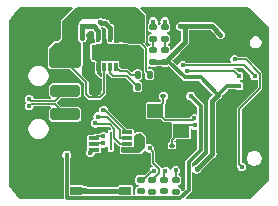
<source format=gbr>
%TF.GenerationSoftware,KiCad,Pcbnew,9.0.0*%
%TF.CreationDate,2025-08-25T21:43:05+03:00*%
%TF.ProjectId,Daredevil-mini,44617265-6465-4766-996c-2d6d696e692e,rev?*%
%TF.SameCoordinates,Original*%
%TF.FileFunction,Copper,L2,Bot*%
%TF.FilePolarity,Positive*%
%FSLAX46Y46*%
G04 Gerber Fmt 4.6, Leading zero omitted, Abs format (unit mm)*
G04 Created by KiCad (PCBNEW 9.0.0) date 2025-08-25 21:43:05*
%MOMM*%
%LPD*%
G01*
G04 APERTURE LIST*
G04 Aperture macros list*
%AMRoundRect*
0 Rectangle with rounded corners*
0 $1 Rounding radius*
0 $2 $3 $4 $5 $6 $7 $8 $9 X,Y pos of 4 corners*
0 Add a 4 corners polygon primitive as box body*
4,1,4,$2,$3,$4,$5,$6,$7,$8,$9,$2,$3,0*
0 Add four circle primitives for the rounded corners*
1,1,$1+$1,$2,$3*
1,1,$1+$1,$4,$5*
1,1,$1+$1,$6,$7*
1,1,$1+$1,$8,$9*
0 Add four rect primitives between the rounded corners*
20,1,$1+$1,$2,$3,$4,$5,0*
20,1,$1+$1,$4,$5,$6,$7,0*
20,1,$1+$1,$6,$7,$8,$9,0*
20,1,$1+$1,$8,$9,$2,$3,0*%
G04 Aperture macros list end*
%TA.AperFunction,ComponentPad*%
%ADD10C,1.640488*%
%TD*%
%TA.AperFunction,SMDPad,CuDef*%
%ADD11RoundRect,0.135000X-0.135000X-0.185000X0.135000X-0.185000X0.135000X0.185000X-0.135000X0.185000X0*%
%TD*%
%TA.AperFunction,SMDPad,CuDef*%
%ADD12RoundRect,0.250000X1.000000X0.250000X-1.000000X0.250000X-1.000000X-0.250000X1.000000X-0.250000X0*%
%TD*%
%TA.AperFunction,ComponentPad*%
%ADD13O,3.800000X1.400000*%
%TD*%
%TA.AperFunction,SMDPad,CuDef*%
%ADD14RoundRect,0.100000X-0.130000X-0.100000X0.130000X-0.100000X0.130000X0.100000X-0.130000X0.100000X0*%
%TD*%
%TA.AperFunction,SMDPad,CuDef*%
%ADD15R,0.900000X0.300000*%
%TD*%
%TA.AperFunction,SMDPad,CuDef*%
%ADD16R,0.250000X1.650000*%
%TD*%
%TA.AperFunction,SMDPad,CuDef*%
%ADD17RoundRect,0.147500X-0.172500X0.147500X-0.172500X-0.147500X0.172500X-0.147500X0.172500X0.147500X0*%
%TD*%
%TA.AperFunction,SMDPad,CuDef*%
%ADD18RoundRect,0.135000X0.135000X0.185000X-0.135000X0.185000X-0.135000X-0.185000X0.135000X-0.185000X0*%
%TD*%
%TA.AperFunction,SMDPad,CuDef*%
%ADD19R,1.400000X1.200000*%
%TD*%
%TA.AperFunction,SMDPad,CuDef*%
%ADD20R,1.050000X0.650000*%
%TD*%
%TA.AperFunction,SMDPad,CuDef*%
%ADD21R,0.300000X0.800000*%
%TD*%
%TA.AperFunction,SMDPad,CuDef*%
%ADD22R,2.050000X1.250000*%
%TD*%
%TA.AperFunction,SMDPad,CuDef*%
%ADD23RoundRect,0.140000X-0.170000X0.140000X-0.170000X-0.140000X0.170000X-0.140000X0.170000X0.140000X0*%
%TD*%
%TA.AperFunction,SMDPad,CuDef*%
%ADD24RoundRect,0.250000X-0.475000X0.250000X-0.475000X-0.250000X0.475000X-0.250000X0.475000X0.250000X0*%
%TD*%
%TA.AperFunction,SMDPad,CuDef*%
%ADD25RoundRect,0.100000X0.130000X0.100000X-0.130000X0.100000X-0.130000X-0.100000X0.130000X-0.100000X0*%
%TD*%
%TA.AperFunction,SMDPad,CuDef*%
%ADD26RoundRect,0.135000X0.185000X-0.135000X0.185000X0.135000X-0.185000X0.135000X-0.185000X-0.135000X0*%
%TD*%
%TA.AperFunction,SMDPad,CuDef*%
%ADD27RoundRect,0.250000X-0.250000X-0.475000X0.250000X-0.475000X0.250000X0.475000X-0.250000X0.475000X0*%
%TD*%
%TA.AperFunction,SMDPad,CuDef*%
%ADD28RoundRect,0.100000X0.100000X-0.130000X0.100000X0.130000X-0.100000X0.130000X-0.100000X-0.130000X0*%
%TD*%
%TA.AperFunction,ViaPad*%
%ADD29C,0.450000*%
%TD*%
%TA.AperFunction,Conductor*%
%ADD30C,0.300000*%
%TD*%
%TA.AperFunction,Conductor*%
%ADD31C,0.127000*%
%TD*%
%TA.AperFunction,Conductor*%
%ADD32C,0.400000*%
%TD*%
%TA.AperFunction,Conductor*%
%ADD33C,0.135900*%
%TD*%
G04 APERTURE END LIST*
D10*
%TO.P,MK1,3,GND*%
%TO.N,Earth*%
X141370000Y-103770000D03*
%TD*%
D11*
%TO.P,R2,1*%
%TO.N,Net-(DD1-PS)*%
X131390000Y-101200000D03*
%TO.P,R2,2*%
%TO.N,Earth*%
X132410000Y-101200000D03*
%TD*%
D12*
%TO.P,J1,1,VBUS*%
%TO.N,+5V*%
X125250000Y-99050000D03*
%TO.P,J1,2,D-*%
%TO.N,USB-*%
X125250000Y-101550000D03*
%TO.P,J1,3,D+*%
%TO.N,USB+*%
X125250000Y-103550000D03*
%TO.P,J1,4,GND*%
%TO.N,Earth*%
X125250000Y-106050000D03*
D13*
%TO.P,J1,5,Shield*%
X123000000Y-108400000D03*
X123000000Y-96700000D03*
%TD*%
D14*
%TO.P,C5,1*%
%TO.N,Net-(DD3-XOUT)*%
X133580000Y-102000000D03*
%TO.P,C5,2*%
%TO.N,Earth*%
X134220000Y-102000000D03*
%TD*%
D15*
%TO.P,DD2,1,~{CS}*%
%TO.N,Net-(DD2-~{CS})*%
X127700000Y-106550000D03*
%TO.P,DD2,2,DO(IO1)*%
%TO.N,Net-(DD2-DO(IO1))*%
X127700000Y-106050000D03*
%TO.P,DD2,3,IO2*%
%TO.N,Net-(DD2-IO2)*%
X127700000Y-105550000D03*
%TO.P,DD2,4,GND*%
%TO.N,Earth*%
X127700000Y-105050000D03*
%TO.P,DD2,5,DI(IO0)*%
%TO.N,Net-(DD2-DI(IO0))*%
X130500000Y-105050000D03*
%TO.P,DD2,6,CLK*%
%TO.N,Net-(DD2-CLK)*%
X130500000Y-105550000D03*
%TO.P,DD2,7,IO3*%
%TO.N,Net-(DD2-IO3)*%
X130500000Y-106050000D03*
%TO.P,DD2,8,VCC*%
%TO.N,+3.3V*%
X130500000Y-106550000D03*
D16*
%TO.P,DD2,9,EP*%
%TO.N,unconnected-(DD2-EP-Pad9)*%
X129100000Y-105800000D03*
%TD*%
D17*
%TO.P,D3,1,K*%
%TO.N,LVL_LED_3*%
X132645737Y-109131661D03*
%TO.P,D3,2,A*%
%TO.N,Net-(D3-A)*%
X132645737Y-110101661D03*
%TD*%
%TO.P,D4,1,K*%
%TO.N,LVL_LED_4*%
X131645737Y-109116661D03*
%TO.P,D4,2,A*%
%TO.N,Net-(D4-A)*%
X131645737Y-110086661D03*
%TD*%
%TO.P,D5,1,K*%
%TO.N,STATUS_LED_1*%
X133710000Y-96200000D03*
%TO.P,D5,2,A*%
%TO.N,Net-(D5-A)*%
X133710000Y-97170000D03*
%TD*%
D18*
%TO.P,R1,1*%
%TO.N,+5V*%
X132410000Y-100200000D03*
%TO.P,R1,2*%
%TO.N,Net-(DD1-EN)*%
X131390000Y-100200000D03*
%TD*%
D19*
%TO.P,Y1,1,1*%
%TO.N,Net-(DD3-XOUT)*%
X132900000Y-103250000D03*
%TO.P,Y1,2,2*%
%TO.N,Earth*%
X135100000Y-103250000D03*
%TO.P,Y1,3,3*%
%TO.N,Net-(DD3-XIN)*%
X135100000Y-104950000D03*
%TO.P,Y1,4,4*%
%TO.N,Earth*%
X132900000Y-104950000D03*
%TD*%
D20*
%TO.P,SW1,1,1*%
%TO.N,Earth*%
X130358017Y-107875846D03*
X126208017Y-107875846D03*
%TO.P,SW1,2,2*%
%TO.N,Net-(R11-Pad1)*%
X130358017Y-110025846D03*
X126208017Y-110025846D03*
%TD*%
D17*
%TO.P,D6,1,K*%
%TO.N,STATUS_LED_2*%
X132710000Y-96200000D03*
%TO.P,D6,2,A*%
%TO.N,Net-(D6-A)*%
X132710000Y-97170000D03*
%TD*%
D21*
%TO.P,DD1,1,VOUT*%
%TO.N,+3.3V*%
X127562500Y-97050000D03*
%TO.P,DD1,2,LX2*%
%TO.N,Net-(DD1-LX2)*%
X128062500Y-97050000D03*
%TO.P,DD1,3,GND_1*%
%TO.N,Earth*%
X128562500Y-97050000D03*
%TO.P,DD1,4,LX1*%
%TO.N,Net-(DD1-LX1)*%
X129062500Y-97050000D03*
%TO.P,DD1,5,VIN*%
%TO.N,+5V*%
X129562500Y-97050000D03*
%TO.P,DD1,6,EN*%
%TO.N,Net-(DD1-EN)*%
X129562500Y-99550000D03*
%TO.P,DD1,7,PS*%
%TO.N,Net-(DD1-PS)*%
X129062500Y-99550000D03*
%TO.P,DD1,8,VINA*%
%TO.N,+5V*%
X128562500Y-99550000D03*
%TO.P,DD1,9,GND_2*%
%TO.N,Earth*%
X128062500Y-99550000D03*
%TO.P,DD1,10,FB*%
%TO.N,+3.3V*%
X127562500Y-99550000D03*
D22*
%TO.P,DD1,11,GND_3*%
%TO.N,Earth*%
X128562500Y-98300000D03*
%TD*%
D23*
%TO.P,C4,1*%
%TO.N,+3.3V*%
X131676295Y-106245911D03*
%TO.P,C4,2*%
%TO.N,Earth*%
X131676295Y-107205911D03*
%TD*%
D17*
%TO.P,D1,1,K*%
%TO.N,LVL_LED_1*%
X134645737Y-109131661D03*
%TO.P,D1,2,A*%
%TO.N,Net-(D1-A)*%
X134645737Y-110101661D03*
%TD*%
D24*
%TO.P,C1,1*%
%TO.N,+5V*%
X131200000Y-97050000D03*
%TO.P,C1,2*%
%TO.N,Earth*%
X131200000Y-98950000D03*
%TD*%
D17*
%TO.P,D2,1,K*%
%TO.N,LVL_LED_2*%
X133625737Y-109116661D03*
%TO.P,D2,2,A*%
%TO.N,Net-(D2-A)*%
X133625737Y-110086661D03*
%TD*%
D25*
%TO.P,C6,1*%
%TO.N,Net-(DD3-XIN)*%
X134320000Y-106200000D03*
%TO.P,C6,2*%
%TO.N,Earth*%
X133680000Y-106200000D03*
%TD*%
D26*
%TO.P,R10,1*%
%TO.N,+3.3V*%
X132700000Y-99110000D03*
%TO.P,R10,2*%
%TO.N,Net-(D6-A)*%
X132700000Y-98090000D03*
%TD*%
%TO.P,R9,1*%
%TO.N,+3.3V*%
X133710000Y-99110000D03*
%TO.P,R9,2*%
%TO.N,Net-(D5-A)*%
X133710000Y-98090000D03*
%TD*%
D27*
%TO.P,C2,1*%
%TO.N,+3.3V*%
X127750000Y-101200000D03*
%TO.P,C2,2*%
%TO.N,Earth*%
X129650000Y-101200000D03*
%TD*%
D28*
%TO.P,C3,1*%
%TO.N,+3.3V*%
X131557260Y-105424568D03*
%TO.P,C3,2*%
%TO.N,Earth*%
X131557260Y-104784568D03*
%TD*%
D29*
%TO.N,Earth*%
X130600000Y-103500000D03*
X122300000Y-103800000D03*
X131400000Y-103500000D03*
X132070000Y-108250000D03*
X138300000Y-98800000D03*
X122900000Y-103500000D03*
X130000000Y-97800000D03*
X122100000Y-101400000D03*
X133300000Y-104700000D03*
X136900000Y-110100000D03*
X129500000Y-98700000D03*
X129400000Y-102500000D03*
X142000000Y-105300000D03*
X123600000Y-101300000D03*
X128200000Y-108900000D03*
X141800000Y-102300000D03*
X140900000Y-95500000D03*
X131400000Y-102500000D03*
X128562500Y-98300000D03*
X130500000Y-104200000D03*
X136100000Y-103100000D03*
X129000000Y-109000000D03*
X135500000Y-98300000D03*
X138200000Y-109600000D03*
X131200000Y-104100000D03*
X129600000Y-103500000D03*
X141322083Y-101157000D03*
X122800000Y-101500000D03*
X139600000Y-109700000D03*
X137300000Y-109700000D03*
X129400000Y-98000000D03*
X141100000Y-109800000D03*
X130600000Y-109300000D03*
X136300000Y-97600000D03*
X140900000Y-105200000D03*
X130200000Y-102500000D03*
X135400000Y-106000000D03*
X134300000Y-107200000D03*
X136400000Y-101400000D03*
X127800000Y-98100000D03*
X140300000Y-109800000D03*
X138000000Y-95000000D03*
X130800000Y-102900000D03*
%TO.N,+3.3V*%
X127000000Y-98900000D03*
X131500000Y-105900000D03*
X127000000Y-100100000D03*
X138200000Y-101900000D03*
X139972083Y-101157000D03*
X138400000Y-96800000D03*
X127000000Y-99400000D03*
X135000000Y-96100000D03*
X137700000Y-106900000D03*
X136400000Y-108200000D03*
%TO.N,Net-(DD3-XOUT)*%
X136200000Y-103900000D03*
%TO.N,Net-(DD3-XIN)*%
X136212550Y-104499871D03*
%TO.N,+1.1V*%
X135900000Y-102000000D03*
X125400000Y-107000000D03*
%TO.N,Net-(D1-A)*%
X134731619Y-110127841D03*
%TO.N,LVL_LED_1*%
X134600000Y-108300000D03*
%TO.N,Net-(D2-A)*%
X133731619Y-110127841D03*
%TO.N,LVL_LED_2*%
X133744377Y-108364622D03*
%TO.N,Net-(D3-A)*%
X132731619Y-110127841D03*
%TO.N,LVL_LED_3*%
X132397888Y-106433228D03*
%TO.N,Net-(D4-A)*%
X131731619Y-110127841D03*
%TO.N,LVL_LED_4*%
X132782088Y-108354478D03*
%TO.N,STATUS_LED_1*%
X133700000Y-95700000D03*
%TO.N,STATUS_LED_2*%
X132700000Y-95700000D03*
%TO.N,Net-(DD1-LX1)*%
X128706250Y-95893750D03*
X129056250Y-96243750D03*
X128226626Y-95743689D03*
%TO.N,Net-(DD1-LX2)*%
X126700000Y-96600000D03*
X126700000Y-97100000D03*
X126700000Y-96100000D03*
%TO.N,Net-(DD2-IO2)*%
X128500000Y-105400000D03*
%TO.N,Net-(DD2-IO3)*%
X127800000Y-104300000D03*
%TO.N,Net-(DD2-~{CS})*%
X127400000Y-106800000D03*
%TO.N,Net-(DD2-DO(IO1))*%
X128500000Y-106000000D03*
%TO.N,Net-(DD2-DI(IO0))*%
X128500000Y-103200000D03*
%TO.N,Net-(DD2-CLK)*%
X128022835Y-103742912D03*
%TO.N,CLK1*%
X135200000Y-99400000D03*
X141322083Y-100307000D03*
%TO.N,SPH0645_WS*%
X140200000Y-108000000D03*
X139600000Y-98900000D03*
%TO.N,DAT1*%
X135600000Y-99900000D03*
X139972083Y-100307000D03*
%TO.N,USB+*%
X122200000Y-102838500D03*
%TO.N,USB-*%
X122200000Y-102261500D03*
%TO.N,Net-(R11-Pad1)*%
X126900000Y-110000000D03*
%TD*%
D30*
%TO.N,Earth*%
X133300000Y-104700000D02*
X133150000Y-104700000D01*
X133150000Y-104700000D02*
X132900000Y-104950000D01*
D31*
%TO.N,+5V*%
X132116500Y-97966500D02*
X131200000Y-97050000D01*
X127310198Y-102116500D02*
X127058500Y-101864802D01*
X128562500Y-101743802D02*
X128189802Y-102116500D01*
X128562500Y-99550000D02*
X128562500Y-101743802D01*
X127058500Y-100858500D02*
X125250000Y-99050000D01*
X132116500Y-99906500D02*
X132116500Y-97966500D01*
X128189802Y-102116500D02*
X127310198Y-102116500D01*
X132410000Y-100200000D02*
X132116500Y-99906500D01*
X127058500Y-101864802D02*
X127058500Y-100858500D01*
D32*
%TO.N,+3.3V*%
X135000000Y-96100000D02*
X135400000Y-96100000D01*
D30*
X138200000Y-101900000D02*
X136726000Y-100426000D01*
X131500000Y-105900000D02*
X131500000Y-105481828D01*
D32*
X132700000Y-99110000D02*
X133710000Y-99110000D01*
D30*
X138943000Y-101157000D02*
X138200000Y-101900000D01*
D32*
X137700000Y-96100000D02*
X138400000Y-96800000D01*
D30*
X136726000Y-100426000D02*
X135382123Y-100426000D01*
X131500000Y-105481828D02*
X131557260Y-105424568D01*
D32*
X135400000Y-97420000D02*
X133710000Y-99110000D01*
X137700000Y-102400000D02*
X137700000Y-106900000D01*
X136400000Y-108200000D02*
X137700000Y-106900000D01*
D30*
X134066123Y-99110000D02*
X133710000Y-99110000D01*
X139972083Y-101157000D02*
X138943000Y-101157000D01*
X135382123Y-100426000D02*
X134066123Y-99110000D01*
D32*
X135400000Y-96100000D02*
X137700000Y-96100000D01*
X135400000Y-96100000D02*
X135400000Y-97420000D01*
X138200000Y-101900000D02*
X137700000Y-102400000D01*
D31*
%TO.N,Net-(DD3-XOUT)*%
X136058500Y-104041500D02*
X136200000Y-103900000D01*
X132900000Y-103250000D02*
X133691500Y-104041500D01*
X133580000Y-102570000D02*
X132900000Y-103250000D01*
X133580000Y-102000000D02*
X133580000Y-102570000D01*
X133691500Y-104041500D02*
X136058500Y-104041500D01*
%TO.N,Net-(DD3-XIN)*%
X135550129Y-104499871D02*
X136212550Y-104499871D01*
X134320000Y-106200000D02*
X134320000Y-105730000D01*
X134320000Y-105730000D02*
X135100000Y-104950000D01*
X135100000Y-104950000D02*
X135550129Y-104499871D01*
D30*
%TO.N,+1.1V*%
X135700000Y-107600000D02*
X136738550Y-106561450D01*
X125450832Y-110674661D02*
X134998573Y-110674661D01*
X125400000Y-107000000D02*
X125400000Y-110623829D01*
X136738550Y-102838550D02*
X135900000Y-102000000D01*
X135700000Y-109973234D02*
X135700000Y-107600000D01*
X136738550Y-106561450D02*
X136738550Y-102838550D01*
X134998573Y-110674661D02*
X135700000Y-109973234D01*
X125400000Y-110623829D02*
X125450832Y-110674661D01*
D31*
%TO.N,LVL_LED_1*%
X134600000Y-109085924D02*
X134645737Y-109131661D01*
X134600000Y-108300000D02*
X134600000Y-109085924D01*
%TO.N,LVL_LED_2*%
X133744377Y-108364622D02*
X133600000Y-108508999D01*
X133600000Y-109090924D02*
X133625737Y-109116661D01*
X133600000Y-108508999D02*
X133600000Y-109090924D01*
%TO.N,LVL_LED_3*%
X132700000Y-106735340D02*
X132700000Y-107650843D01*
X132397888Y-106433228D02*
X132700000Y-106735340D01*
X133221588Y-108555810D02*
X132645737Y-109131661D01*
X132700000Y-107650843D02*
X133221588Y-108172431D01*
X133221588Y-108172431D02*
X133221588Y-108555810D01*
%TO.N,LVL_LED_4*%
X131824886Y-109116661D02*
X131645737Y-109116661D01*
X132587069Y-108354478D02*
X131824886Y-109116661D01*
X132782088Y-108354478D02*
X132587069Y-108354478D01*
%TO.N,Net-(D5-A)*%
X133710000Y-97170000D02*
X133710000Y-98090000D01*
%TO.N,STATUS_LED_1*%
X133700000Y-95700000D02*
X133700000Y-96190000D01*
X133700000Y-96190000D02*
X133710000Y-96200000D01*
%TO.N,Net-(D6-A)*%
X132710000Y-98080000D02*
X132700000Y-98090000D01*
X132710000Y-97170000D02*
X132710000Y-98080000D01*
%TO.N,STATUS_LED_2*%
X132700000Y-95700000D02*
X132700000Y-96190000D01*
X132700000Y-96190000D02*
X132710000Y-96200000D01*
%TO.N,Net-(DD1-EN)*%
X129912500Y-99900000D02*
X130500000Y-99900000D01*
X130500000Y-99900000D02*
X130800000Y-100200000D01*
X130800000Y-100200000D02*
X131390000Y-100200000D01*
X129562500Y-99550000D02*
X129912500Y-99900000D01*
%TO.N,Net-(DD1-PS)*%
X131390000Y-101200000D02*
X130473500Y-100283500D01*
X129269000Y-100283500D02*
X129062500Y-100077000D01*
X129062500Y-100077000D02*
X129062500Y-99550000D01*
X130473500Y-100283500D02*
X129269000Y-100283500D01*
D32*
%TO.N,Net-(DD1-LX1)*%
X129062500Y-96250000D02*
X129056250Y-96243750D01*
X129056250Y-96243750D02*
X128706250Y-95893750D01*
X128282937Y-95800000D02*
X128226626Y-95743689D01*
X129062500Y-97050000D02*
X129062500Y-96250000D01*
X128706250Y-95893750D02*
X128612500Y-95800000D01*
X128612500Y-95800000D02*
X128282937Y-95800000D01*
%TO.N,Net-(DD1-LX2)*%
X127700000Y-96100000D02*
X126700000Y-96100000D01*
X128062500Y-96462500D02*
X127700000Y-96100000D01*
X128062500Y-97050000D02*
X128062500Y-96462500D01*
X126700000Y-96100000D02*
X126700000Y-97100000D01*
D31*
%TO.N,Net-(DD2-IO2)*%
X127850000Y-105400000D02*
X127700000Y-105550000D01*
X128500000Y-105400000D02*
X127850000Y-105400000D01*
%TO.N,Net-(DD2-IO3)*%
X129033000Y-104400000D02*
X129416500Y-104783500D01*
X127900000Y-104400000D02*
X129033000Y-104400000D01*
X129923000Y-106050000D02*
X130500000Y-106050000D01*
X127800000Y-104300000D02*
X127900000Y-104400000D01*
X129416500Y-105543500D02*
X129923000Y-106050000D01*
X129416500Y-104783500D02*
X129416500Y-105543500D01*
%TO.N,Net-(DD2-~{CS})*%
X127400000Y-106800000D02*
X127450000Y-106800000D01*
X127450000Y-106800000D02*
X127700000Y-106550000D01*
%TO.N,Net-(DD2-DO(IO1))*%
X128500000Y-106000000D02*
X127750000Y-106000000D01*
X127750000Y-106000000D02*
X127700000Y-106050000D01*
%TO.N,Net-(DD2-DI(IO0))*%
X128650000Y-103200000D02*
X128500000Y-103200000D01*
X130500000Y-105050000D02*
X128650000Y-103200000D01*
%TO.N,Net-(DD2-CLK)*%
X128022835Y-103742912D02*
X128079920Y-103799997D01*
X129858500Y-105485500D02*
X129923000Y-105550000D01*
X128799997Y-103799997D02*
X129858500Y-104858500D01*
X129858500Y-104858500D02*
X129858500Y-105485500D01*
X128079920Y-103799997D02*
X128799997Y-103799997D01*
X129923000Y-105550000D02*
X130500000Y-105550000D01*
%TO.N,CLK1*%
X135200000Y-99400000D02*
X140415083Y-99400000D01*
X140415083Y-99400000D02*
X141322083Y-100307000D01*
%TO.N,SPH0645_WS*%
X141761583Y-101339047D02*
X141000630Y-102100000D01*
X141000630Y-102100000D02*
X141000000Y-102100000D01*
X141000000Y-102100000D02*
X140000000Y-103100000D01*
X140000000Y-103100000D02*
X140000000Y-105700000D01*
X141761583Y-100124953D02*
X141761583Y-100300000D01*
X140000000Y-107800000D02*
X140200000Y-108000000D01*
X139600000Y-98900000D02*
X140536630Y-98900000D01*
X140000000Y-105700000D02*
X140000000Y-107800000D01*
X141761583Y-100300000D02*
X141761583Y-101339047D01*
X140536630Y-98900000D02*
X141761583Y-100124953D01*
%TO.N,DAT1*%
X139972083Y-100307000D02*
X139565083Y-99900000D01*
X139565083Y-99900000D02*
X135600000Y-99900000D01*
D33*
%TO.N,USB+*%
X124381450Y-102681450D02*
X122357050Y-102681450D01*
X122357050Y-102681450D02*
X122200000Y-102838500D01*
X125250000Y-103550000D02*
X124381450Y-102681450D01*
%TO.N,USB-*%
X125250000Y-101550000D02*
X124381450Y-102418550D01*
X122357050Y-102418550D02*
X122200000Y-102261500D01*
X124381450Y-102418550D02*
X122357050Y-102418550D01*
D32*
%TO.N,Net-(R11-Pad1)*%
X126900000Y-110000000D02*
X126233863Y-110000000D01*
X126208017Y-110025846D02*
X130358017Y-110025846D01*
X126233863Y-110000000D02*
X126208017Y-110025846D01*
%TD*%
%TA.AperFunction,Conductor*%
%TO.N,Earth*%
G36*
X125905922Y-94518306D02*
G01*
X125924228Y-94562500D01*
X125905922Y-94606694D01*
X124924615Y-95588000D01*
X124924613Y-95588002D01*
X124895893Y-95630985D01*
X124895891Y-95630990D01*
X124877585Y-95675182D01*
X124877585Y-95675183D01*
X124869758Y-95714535D01*
X124867500Y-95725888D01*
X124867500Y-96474088D01*
X124867892Y-96482080D01*
X124868138Y-96487081D01*
X124869338Y-96499268D01*
X124869339Y-96499272D01*
X124871245Y-96512124D01*
X124871247Y-96512134D01*
X124893799Y-96625509D01*
X124895000Y-96637702D01*
X124895000Y-96762296D01*
X124893799Y-96774489D01*
X124871247Y-96887863D01*
X124871245Y-96887873D01*
X124869339Y-96900725D01*
X124869338Y-96900729D01*
X124868138Y-96912916D01*
X124867500Y-96925917D01*
X124867500Y-97119228D01*
X124849194Y-97163422D01*
X124663422Y-97349194D01*
X124619228Y-97367500D01*
X124425909Y-97367500D01*
X124425074Y-97367536D01*
X124414208Y-97368017D01*
X124403234Y-97368989D01*
X124391637Y-97370534D01*
X124391600Y-97370541D01*
X124353586Y-97383514D01*
X124320378Y-97400847D01*
X124287999Y-97424616D01*
X124287998Y-97424616D01*
X123824614Y-97888000D01*
X123795890Y-97930990D01*
X123777585Y-97975183D01*
X123767500Y-98025886D01*
X123767500Y-99374112D01*
X123777585Y-99424816D01*
X123777585Y-99424817D01*
X123782839Y-99437500D01*
X123795815Y-99468827D01*
X123795891Y-99469009D01*
X123795893Y-99469014D01*
X123824613Y-99511997D01*
X123824614Y-99511998D01*
X123988002Y-99675386D01*
X124030988Y-99704108D01*
X124075182Y-99722414D01*
X124125888Y-99732500D01*
X125636497Y-99732500D01*
X125680691Y-99750806D01*
X126849194Y-100919309D01*
X126867500Y-100963503D01*
X126867500Y-101826810D01*
X126867500Y-101902794D01*
X126873361Y-101916944D01*
X126891621Y-101961029D01*
X126896578Y-101972995D01*
X127148276Y-102224693D01*
X127202005Y-102278422D01*
X127272206Y-102307500D01*
X127272208Y-102307500D01*
X128227792Y-102307500D01*
X128227794Y-102307500D01*
X128297995Y-102278422D01*
X128724422Y-101851995D01*
X128753500Y-101781794D01*
X128753500Y-101705810D01*
X128753500Y-100144322D01*
X128771806Y-100100128D01*
X128816000Y-100081822D01*
X128860194Y-100100128D01*
X128873740Y-100120401D01*
X128900578Y-100185193D01*
X129107078Y-100391693D01*
X129160807Y-100445422D01*
X129231008Y-100474500D01*
X130368497Y-100474500D01*
X130412691Y-100492806D01*
X130974194Y-101054309D01*
X130992500Y-101098503D01*
X130992500Y-101410856D01*
X131007729Y-101487422D01*
X131007730Y-101487424D01*
X131065747Y-101574252D01*
X131152575Y-101632269D01*
X131152577Y-101632270D01*
X131229144Y-101647500D01*
X131550856Y-101647500D01*
X131627423Y-101632270D01*
X131714252Y-101574252D01*
X131772270Y-101487423D01*
X131787500Y-101410856D01*
X131787500Y-100989144D01*
X131772270Y-100912577D01*
X131772269Y-100912575D01*
X131714252Y-100825747D01*
X131627424Y-100767730D01*
X131627422Y-100767729D01*
X131595092Y-100761299D01*
X131555318Y-100734723D01*
X131545986Y-100687807D01*
X131572562Y-100648033D01*
X131595092Y-100638701D01*
X131597538Y-100638214D01*
X131627423Y-100632270D01*
X131714252Y-100574252D01*
X131772270Y-100487423D01*
X131787500Y-100410856D01*
X131787500Y-99989144D01*
X131772270Y-99912577D01*
X131761955Y-99897139D01*
X131714252Y-99825747D01*
X131627424Y-99767730D01*
X131627422Y-99767729D01*
X131550856Y-99752500D01*
X131229144Y-99752500D01*
X131152577Y-99767729D01*
X131152575Y-99767730D01*
X131065747Y-99825747D01*
X131007730Y-99912575D01*
X131007729Y-99912577D01*
X130998557Y-99958693D01*
X130988428Y-99973851D01*
X130981452Y-99990694D01*
X130975537Y-99993143D01*
X130971981Y-99998467D01*
X130937258Y-100009000D01*
X130905003Y-100009000D01*
X130860809Y-99990694D01*
X130608194Y-99738079D01*
X130608193Y-99738078D01*
X130594726Y-99732500D01*
X130565748Y-99720497D01*
X130537992Y-99709000D01*
X130537991Y-99709000D01*
X130017503Y-99709000D01*
X129973309Y-99690694D01*
X129858306Y-99575691D01*
X129840000Y-99531497D01*
X129840000Y-99137442D01*
X129835585Y-99115250D01*
X129832602Y-99100252D01*
X129832117Y-99099526D01*
X129804422Y-99058077D01*
X129762248Y-99029898D01*
X129725058Y-99022500D01*
X129399942Y-99022500D01*
X129389888Y-99024500D01*
X129362751Y-99029898D01*
X129362750Y-99029898D01*
X129347223Y-99040274D01*
X129300307Y-99049606D01*
X129277777Y-99040274D01*
X129262248Y-99029898D01*
X129225058Y-99022500D01*
X128899942Y-99022500D01*
X128889888Y-99024500D01*
X128862751Y-99029898D01*
X128862750Y-99029898D01*
X128847223Y-99040274D01*
X128800307Y-99049606D01*
X128777777Y-99040274D01*
X128762248Y-99029898D01*
X128725058Y-99022500D01*
X128399942Y-99022500D01*
X128389888Y-99024500D01*
X128362751Y-99029898D01*
X128362750Y-99029898D01*
X128320577Y-99058077D01*
X128292398Y-99100250D01*
X128292398Y-99100251D01*
X128286369Y-99130562D01*
X128285000Y-99137442D01*
X128285000Y-99962558D01*
X128287256Y-99973898D01*
X128292398Y-99999748D01*
X128292398Y-99999749D01*
X128320577Y-100041922D01*
X128343723Y-100057387D01*
X128370299Y-100097160D01*
X128371500Y-100109354D01*
X128371500Y-100310715D01*
X128369139Y-100316413D01*
X128370388Y-100322454D01*
X128360252Y-100337868D01*
X128353194Y-100354909D01*
X128347495Y-100357269D01*
X128344107Y-100362423D01*
X128326372Y-100366019D01*
X128309000Y-100373215D01*
X128297261Y-100372103D01*
X128297052Y-100372063D01*
X128274112Y-100367500D01*
X128273190Y-100367500D01*
X128269425Y-100366780D01*
X128259441Y-100360215D01*
X128236970Y-100349586D01*
X127949718Y-100062334D01*
X127932090Y-100027320D01*
X127929002Y-100006525D01*
X127926783Y-99991583D01*
X127925031Y-99985816D01*
X127923535Y-99979846D01*
X127918701Y-99955543D01*
X127917500Y-99943350D01*
X127917500Y-99162500D01*
X127907414Y-99111794D01*
X127889108Y-99067600D01*
X127889105Y-99067594D01*
X127889101Y-99067586D01*
X127875535Y-99042742D01*
X127875534Y-99042741D01*
X127875533Y-99042739D01*
X127817400Y-98995892D01*
X127817399Y-98995891D01*
X127796564Y-98987261D01*
X127773206Y-98977586D01*
X127773202Y-98977585D01*
X127722500Y-98967500D01*
X127669068Y-98967500D01*
X127640275Y-98960473D01*
X127637215Y-98958884D01*
X127621513Y-98948393D01*
X127599183Y-98939143D01*
X127599011Y-98939054D01*
X127576541Y-98929764D01*
X127576499Y-98929747D01*
X127571076Y-98927500D01*
X127537255Y-98893671D01*
X127532500Y-98869760D01*
X127532500Y-97742500D01*
X127550806Y-97698306D01*
X127595000Y-97680000D01*
X127725726Y-97680000D01*
X127725740Y-97680000D01*
X127738726Y-97679362D01*
X127750921Y-97678161D01*
X127811551Y-97656467D01*
X127851324Y-97629890D01*
X127873061Y-97611722D01*
X127873419Y-97611036D01*
X127874011Y-97610542D01*
X127876924Y-97606927D01*
X127877642Y-97607506D01*
X127910121Y-97580357D01*
X127928803Y-97577500D01*
X128225057Y-97577500D01*
X128225058Y-97577500D01*
X128262248Y-97570102D01*
X128304422Y-97541922D01*
X128332602Y-97499748D01*
X128340000Y-97462558D01*
X128340000Y-97241102D01*
X128348373Y-97209852D01*
X128367681Y-97176410D01*
X128388029Y-97100473D01*
X128389999Y-97093121D01*
X128390000Y-97093115D01*
X128390000Y-96419384D01*
X128389999Y-96419378D01*
X128370174Y-96345394D01*
X128367681Y-96336090D01*
X128324565Y-96261410D01*
X128297349Y-96234194D01*
X128279043Y-96190000D01*
X128297349Y-96145806D01*
X128341543Y-96127500D01*
X128383075Y-96127500D01*
X128427269Y-96145806D01*
X128475688Y-96194225D01*
X128561312Y-96243660D01*
X128588429Y-96250925D01*
X128616446Y-96267101D01*
X128682897Y-96333552D01*
X128699073Y-96361569D01*
X128706339Y-96388686D01*
X128706340Y-96388689D01*
X128710731Y-96396294D01*
X128726626Y-96423824D01*
X128735000Y-96455074D01*
X128735000Y-97093121D01*
X128757318Y-97176407D01*
X128757318Y-97176409D01*
X128776627Y-97209852D01*
X128785000Y-97241102D01*
X128785000Y-97462557D01*
X128792398Y-97499748D01*
X128792398Y-97499749D01*
X128820577Y-97541922D01*
X128843534Y-97557261D01*
X128862752Y-97570102D01*
X128899942Y-97577500D01*
X128899943Y-97577500D01*
X129225057Y-97577500D01*
X129225058Y-97577500D01*
X129262248Y-97570102D01*
X129262253Y-97570098D01*
X129267935Y-97567746D01*
X129269063Y-97570469D01*
X129305473Y-97563206D01*
X129332530Y-97575847D01*
X129353195Y-97592500D01*
X129367600Y-97604108D01*
X129411794Y-97622414D01*
X129462500Y-97632500D01*
X129751863Y-97632500D01*
X129751869Y-97632500D01*
X129786164Y-97627985D01*
X129817411Y-97619612D01*
X129849366Y-97606375D01*
X129899086Y-97577668D01*
X129914146Y-97571431D01*
X129948249Y-97562293D01*
X129960061Y-97559129D01*
X129976235Y-97557000D01*
X130023767Y-97557000D01*
X130039935Y-97559128D01*
X130085851Y-97571430D01*
X130100917Y-97577672D01*
X130150615Y-97606365D01*
X130150620Y-97606367D01*
X130150633Y-97606375D01*
X130182589Y-97619612D01*
X130182595Y-97619613D01*
X130182596Y-97619614D01*
X130213824Y-97627982D01*
X130213828Y-97627982D01*
X130213837Y-97627985D01*
X130248131Y-97632500D01*
X130531155Y-97632500D01*
X130558604Y-97638850D01*
X130615796Y-97666809D01*
X130689173Y-97677500D01*
X131531496Y-97677499D01*
X131575690Y-97695805D01*
X131907194Y-98027309D01*
X131925500Y-98071503D01*
X131925500Y-99868508D01*
X131925500Y-99944492D01*
X131932983Y-99962557D01*
X131954577Y-100014691D01*
X131954579Y-100014694D01*
X131994194Y-100054309D01*
X132012500Y-100098503D01*
X132012500Y-100410856D01*
X132027729Y-100487422D01*
X132027730Y-100487424D01*
X132085747Y-100574252D01*
X132172575Y-100632269D01*
X132172577Y-100632270D01*
X132249144Y-100647500D01*
X132570856Y-100647500D01*
X132647423Y-100632270D01*
X132734252Y-100574252D01*
X132792270Y-100487423D01*
X132807500Y-100410856D01*
X132807500Y-99989144D01*
X132792270Y-99912577D01*
X132781955Y-99897139D01*
X132734252Y-99825747D01*
X132647424Y-99767730D01*
X132647422Y-99767729D01*
X132570856Y-99752500D01*
X132370000Y-99752500D01*
X132325806Y-99734194D01*
X132307500Y-99690000D01*
X132307500Y-99538989D01*
X132325806Y-99494795D01*
X132370000Y-99476489D01*
X132404724Y-99487023D01*
X132412574Y-99492269D01*
X132412577Y-99492270D01*
X132489144Y-99507500D01*
X132910856Y-99507500D01*
X132987423Y-99492270D01*
X133022235Y-99469009D01*
X133053628Y-99448033D01*
X133088351Y-99437500D01*
X133321649Y-99437500D01*
X133356372Y-99448033D01*
X133422575Y-99492269D01*
X133422577Y-99492270D01*
X133499144Y-99507500D01*
X133920856Y-99507500D01*
X133997423Y-99492270D01*
X133997430Y-99492265D01*
X134000214Y-99491112D01*
X134003247Y-99491111D01*
X134003461Y-99491069D01*
X134003469Y-99491111D01*
X134048050Y-99491105D01*
X134068335Y-99504657D01*
X135211734Y-100648056D01*
X135275012Y-100684589D01*
X135345589Y-100703500D01*
X135418657Y-100703500D01*
X136585167Y-100703500D01*
X136629361Y-100721806D01*
X137728006Y-101820451D01*
X137746312Y-101864645D01*
X137728006Y-101908839D01*
X137437939Y-102198905D01*
X137437936Y-102198909D01*
X137437935Y-102198910D01*
X137425126Y-102221095D01*
X137394818Y-102273590D01*
X137394818Y-102273592D01*
X137372500Y-102356878D01*
X137372500Y-106699498D01*
X137367742Y-106723416D01*
X137366171Y-106727207D01*
X137350090Y-106755062D01*
X137341764Y-106786130D01*
X137340195Y-106789920D01*
X137335838Y-106794276D01*
X137326647Y-106810196D01*
X136310196Y-107826647D01*
X136282180Y-107842823D01*
X136255061Y-107850089D01*
X136255055Y-107850092D01*
X136169441Y-107899522D01*
X136169432Y-107899529D01*
X136099529Y-107969432D01*
X136099524Y-107969438D01*
X136094126Y-107978789D01*
X136056175Y-108007909D01*
X136008749Y-108001664D01*
X135979629Y-107963713D01*
X135977500Y-107947538D01*
X135977500Y-107740831D01*
X135995805Y-107696638D01*
X136903792Y-106788650D01*
X136903797Y-106788647D01*
X136908937Y-106783506D01*
X136908939Y-106783506D01*
X136960606Y-106731839D01*
X136997139Y-106668561D01*
X137016050Y-106597984D01*
X137016050Y-102880128D01*
X137016051Y-102880115D01*
X137016051Y-102802016D01*
X137016050Y-102802010D01*
X136997139Y-102731440D01*
X136997138Y-102731438D01*
X136989670Y-102718503D01*
X136960606Y-102668161D01*
X136293806Y-102001361D01*
X136275500Y-101957167D01*
X136275500Y-101950566D01*
X136275498Y-101950558D01*
X136272034Y-101937632D01*
X136249910Y-101855062D01*
X136200475Y-101769438D01*
X136200473Y-101769436D01*
X136200470Y-101769432D01*
X136130567Y-101699529D01*
X136130563Y-101699526D01*
X136130562Y-101699525D01*
X136083753Y-101672500D01*
X136044937Y-101650089D01*
X136044933Y-101650088D01*
X135949441Y-101624501D01*
X135949436Y-101624500D01*
X135949435Y-101624500D01*
X135850565Y-101624500D01*
X135850564Y-101624500D01*
X135850558Y-101624501D01*
X135755066Y-101650088D01*
X135755062Y-101650089D01*
X135669436Y-101699526D01*
X135669432Y-101699529D01*
X135599529Y-101769432D01*
X135599526Y-101769436D01*
X135550089Y-101855062D01*
X135550088Y-101855066D01*
X135524501Y-101950558D01*
X135524500Y-101950566D01*
X135524500Y-102049433D01*
X135524501Y-102049441D01*
X135550088Y-102144933D01*
X135550089Y-102144937D01*
X135562717Y-102166809D01*
X135594724Y-102222247D01*
X135599526Y-102230563D01*
X135599529Y-102230567D01*
X135669432Y-102300470D01*
X135669436Y-102300473D01*
X135669438Y-102300475D01*
X135755062Y-102349910D01*
X135850565Y-102375500D01*
X135857167Y-102375500D01*
X135901361Y-102393806D01*
X136442744Y-102935189D01*
X136461050Y-102979383D01*
X136461050Y-103508874D01*
X136442744Y-103553068D01*
X136398550Y-103571374D01*
X136367300Y-103563001D01*
X136350096Y-103553068D01*
X136344937Y-103550089D01*
X136344933Y-103550088D01*
X136249441Y-103524501D01*
X136249436Y-103524500D01*
X136249435Y-103524500D01*
X136150565Y-103524500D01*
X136150564Y-103524500D01*
X136150558Y-103524501D01*
X136055066Y-103550088D01*
X136055062Y-103550089D01*
X135969436Y-103599526D01*
X135969432Y-103599529D01*
X135899529Y-103669432D01*
X135899526Y-103669436D01*
X135850089Y-103755062D01*
X135850088Y-103755065D01*
X135836930Y-103804176D01*
X135807810Y-103842126D01*
X135776560Y-103850500D01*
X133796503Y-103850500D01*
X133752309Y-103832194D01*
X133745806Y-103825691D01*
X133727500Y-103781497D01*
X133727500Y-102718503D01*
X133741303Y-102685180D01*
X133738503Y-102683309D01*
X133741917Y-102678197D01*
X133741922Y-102678193D01*
X133771000Y-102607992D01*
X133771000Y-102532008D01*
X133771000Y-102366259D01*
X133789306Y-102322065D01*
X133798772Y-102314295D01*
X133874018Y-102264018D01*
X133924300Y-102188766D01*
X133937500Y-102122406D01*
X133937500Y-101877594D01*
X133924300Y-101811234D01*
X133874018Y-101735982D01*
X133828863Y-101705810D01*
X133798767Y-101685700D01*
X133798765Y-101685699D01*
X133732406Y-101672500D01*
X133427594Y-101672500D01*
X133361234Y-101685699D01*
X133361232Y-101685700D01*
X133285982Y-101735982D01*
X133235700Y-101811232D01*
X133235699Y-101811234D01*
X133222500Y-101877593D01*
X133222500Y-102122406D01*
X133235699Y-102188765D01*
X133235700Y-102188767D01*
X133258071Y-102222247D01*
X133285982Y-102264018D01*
X133361223Y-102314293D01*
X133364779Y-102319615D01*
X133370694Y-102322065D01*
X133377670Y-102338907D01*
X133387799Y-102354066D01*
X133389000Y-102366259D01*
X133389000Y-102460000D01*
X133370694Y-102504194D01*
X133326500Y-102522500D01*
X132187442Y-102522500D01*
X132168847Y-102526199D01*
X132150251Y-102529898D01*
X132150250Y-102529898D01*
X132108077Y-102558077D01*
X132079898Y-102600250D01*
X132079898Y-102600251D01*
X132072500Y-102637442D01*
X132072500Y-103862557D01*
X132079898Y-103899748D01*
X132079898Y-103899749D01*
X132108077Y-103941922D01*
X132119419Y-103949500D01*
X132150252Y-103970102D01*
X132187442Y-103977500D01*
X133331497Y-103977500D01*
X133375691Y-103995806D01*
X133529578Y-104149693D01*
X133583307Y-104203422D01*
X133653508Y-104232500D01*
X134217218Y-104232500D01*
X134261412Y-104250806D01*
X134279718Y-104295000D01*
X134278517Y-104307193D01*
X134272500Y-104337440D01*
X134272500Y-105481497D01*
X134254194Y-105525691D01*
X134158079Y-105621805D01*
X134158077Y-105621808D01*
X134129000Y-105692008D01*
X134129000Y-105833741D01*
X134110694Y-105877935D01*
X134101227Y-105885704D01*
X134025982Y-105935982D01*
X133975700Y-106011232D01*
X133975699Y-106011234D01*
X133962500Y-106077593D01*
X133962500Y-106322406D01*
X133975699Y-106388765D01*
X133975700Y-106388767D01*
X133990274Y-106410578D01*
X134025982Y-106464018D01*
X134067758Y-106491932D01*
X134101232Y-106514299D01*
X134101234Y-106514300D01*
X134167594Y-106527500D01*
X134472406Y-106527500D01*
X134538766Y-106514300D01*
X134614018Y-106464018D01*
X134664300Y-106388766D01*
X134677500Y-106322406D01*
X134677500Y-106077594D01*
X134664300Y-106011234D01*
X134614018Y-105935982D01*
X134539532Y-105886212D01*
X134512957Y-105846439D01*
X134522289Y-105799523D01*
X134530057Y-105790057D01*
X134624309Y-105695806D01*
X134668503Y-105677500D01*
X135812557Y-105677500D01*
X135812558Y-105677500D01*
X135849748Y-105670102D01*
X135891922Y-105641922D01*
X135920102Y-105599748D01*
X135927500Y-105562558D01*
X135927500Y-104877140D01*
X135945806Y-104832946D01*
X135990000Y-104814640D01*
X136021250Y-104823014D01*
X136067606Y-104849778D01*
X136067608Y-104849779D01*
X136067612Y-104849781D01*
X136163115Y-104875371D01*
X136163116Y-104875371D01*
X136261984Y-104875371D01*
X136261985Y-104875371D01*
X136357488Y-104849781D01*
X136367300Y-104844115D01*
X136414724Y-104837871D01*
X136452676Y-104866990D01*
X136461050Y-104898242D01*
X136461050Y-106420617D01*
X136442744Y-106464811D01*
X135477943Y-107429611D01*
X135441411Y-107492888D01*
X135441410Y-107492890D01*
X135422499Y-107563460D01*
X135422499Y-107641565D01*
X135422500Y-107641578D01*
X135422500Y-109832401D01*
X135404194Y-109876595D01*
X135203797Y-110076991D01*
X135188723Y-110083234D01*
X135175779Y-110093167D01*
X135167406Y-110092064D01*
X135159603Y-110095297D01*
X135144530Y-110089053D01*
X135128353Y-110086924D01*
X135123211Y-110080222D01*
X135115409Y-110076991D01*
X135099233Y-110048973D01*
X135095367Y-110034545D01*
X135093237Y-110018369D01*
X135093237Y-109927073D01*
X135077282Y-109846861D01*
X135077281Y-109846859D01*
X135016501Y-109755896D01*
X134925538Y-109695116D01*
X134925536Y-109695115D01*
X134845325Y-109679161D01*
X134842269Y-109678860D01*
X134800082Y-109656310D01*
X134786196Y-109610535D01*
X134808746Y-109568348D01*
X134842269Y-109554462D01*
X134845315Y-109554161D01*
X134845325Y-109554161D01*
X134925537Y-109538206D01*
X135016501Y-109477425D01*
X135077282Y-109386461D01*
X135093237Y-109306249D01*
X135093237Y-108957073D01*
X135077282Y-108876861D01*
X135077281Y-108876859D01*
X135016501Y-108785896D01*
X134925538Y-108725116D01*
X134925536Y-108725115D01*
X134856407Y-108711365D01*
X134816633Y-108684789D01*
X134807301Y-108637873D01*
X134828341Y-108604047D01*
X134827666Y-108603372D01*
X134900470Y-108530567D01*
X134900475Y-108530562D01*
X134949910Y-108444938D01*
X134975500Y-108349435D01*
X134975500Y-108250565D01*
X134949910Y-108155062D01*
X134900475Y-108069438D01*
X134900473Y-108069436D01*
X134900470Y-108069432D01*
X134830567Y-107999529D01*
X134830563Y-107999526D01*
X134830562Y-107999525D01*
X134778450Y-107969438D01*
X134744937Y-107950089D01*
X134744933Y-107950088D01*
X134649441Y-107924501D01*
X134649436Y-107924500D01*
X134649435Y-107924500D01*
X134550565Y-107924500D01*
X134550564Y-107924500D01*
X134550558Y-107924501D01*
X134455066Y-107950088D01*
X134455062Y-107950089D01*
X134369436Y-107999526D01*
X134369432Y-107999529D01*
X134299529Y-108069432D01*
X134299526Y-108069436D01*
X134250089Y-108155062D01*
X134250089Y-108155064D01*
X134223900Y-108252800D01*
X134194779Y-108290750D01*
X134147353Y-108296993D01*
X134109403Y-108267872D01*
X134103162Y-108252806D01*
X134094287Y-108219684D01*
X134044852Y-108134060D01*
X134044850Y-108134058D01*
X134044847Y-108134054D01*
X133974944Y-108064151D01*
X133974940Y-108064148D01*
X133974939Y-108064147D01*
X133932127Y-108039429D01*
X133889314Y-108014711D01*
X133889310Y-108014710D01*
X133793818Y-107989123D01*
X133793813Y-107989122D01*
X133793812Y-107989122D01*
X133694942Y-107989122D01*
X133694941Y-107989122D01*
X133694935Y-107989123D01*
X133599443Y-108014710D01*
X133599439Y-108014711D01*
X133513813Y-108064148D01*
X133513809Y-108064151D01*
X133487788Y-108090172D01*
X133443594Y-108108477D01*
X133399400Y-108090170D01*
X133385852Y-108069893D01*
X133383510Y-108064238D01*
X133329781Y-108010509D01*
X132909306Y-107590034D01*
X132891000Y-107545840D01*
X132891000Y-106697350D01*
X132891000Y-106697348D01*
X132861922Y-106627147D01*
X132808193Y-106573418D01*
X132787080Y-106552305D01*
X132768774Y-106508111D01*
X132770904Y-106491932D01*
X132773388Y-106482663D01*
X132773388Y-106383793D01*
X132747798Y-106288290D01*
X132698363Y-106202666D01*
X132698361Y-106202664D01*
X132698358Y-106202660D01*
X132628455Y-106132757D01*
X132628451Y-106132754D01*
X132628450Y-106132753D01*
X132542828Y-106083319D01*
X132542825Y-106083317D01*
X132542821Y-106083316D01*
X132447329Y-106057729D01*
X132447324Y-106057728D01*
X132447323Y-106057728D01*
X132348453Y-106057728D01*
X132348452Y-106057728D01*
X132348446Y-106057729D01*
X132252954Y-106083316D01*
X132252946Y-106083319D01*
X132226249Y-106098733D01*
X132178823Y-106104976D01*
X132140873Y-106075855D01*
X132132500Y-106044606D01*
X132132500Y-105525888D01*
X132122414Y-105475182D01*
X132104108Y-105430988D01*
X132075386Y-105388002D01*
X131832363Y-105144979D01*
X131824589Y-105135506D01*
X131821278Y-105130550D01*
X131821275Y-105130547D01*
X131746027Y-105080268D01*
X131746025Y-105080267D01*
X131679666Y-105067068D01*
X131434854Y-105067068D01*
X131434851Y-105067068D01*
X131433527Y-105067199D01*
X131427399Y-105067500D01*
X131325888Y-105067500D01*
X131275183Y-105077585D01*
X131275182Y-105077585D01*
X131230990Y-105095891D01*
X131230985Y-105095893D01*
X131188002Y-105124613D01*
X131187998Y-105124616D01*
X131184190Y-105128425D01*
X131139995Y-105146727D01*
X131095802Y-105128417D01*
X131077500Y-105084227D01*
X131077500Y-104887442D01*
X131075545Y-104877615D01*
X131070102Y-104850252D01*
X131069788Y-104849782D01*
X131041922Y-104808077D01*
X130999748Y-104779898D01*
X130962558Y-104772500D01*
X130962557Y-104772500D01*
X130518503Y-104772500D01*
X130474309Y-104754194D01*
X128889106Y-103168991D01*
X128872930Y-103140973D01*
X128849911Y-103055065D01*
X128849910Y-103055062D01*
X128813390Y-102991808D01*
X128800475Y-102969438D01*
X128800473Y-102969436D01*
X128800470Y-102969432D01*
X128730567Y-102899529D01*
X128730563Y-102899526D01*
X128730562Y-102899525D01*
X128687750Y-102874807D01*
X128644937Y-102850089D01*
X128644933Y-102850088D01*
X128549441Y-102824501D01*
X128549436Y-102824500D01*
X128549435Y-102824500D01*
X128450565Y-102824500D01*
X128450564Y-102824500D01*
X128450558Y-102824501D01*
X128355066Y-102850088D01*
X128355062Y-102850089D01*
X128269436Y-102899526D01*
X128269432Y-102899529D01*
X128199529Y-102969432D01*
X128199526Y-102969436D01*
X128150089Y-103055062D01*
X128150088Y-103055066D01*
X128124501Y-103150558D01*
X128124500Y-103150566D01*
X128124500Y-103249433D01*
X128124501Y-103249441D01*
X128135030Y-103288736D01*
X128128787Y-103336162D01*
X128090836Y-103365282D01*
X128074660Y-103367412D01*
X128072270Y-103367412D01*
X127973400Y-103367412D01*
X127973399Y-103367412D01*
X127973393Y-103367413D01*
X127877901Y-103393000D01*
X127877897Y-103393001D01*
X127792271Y-103442438D01*
X127792267Y-103442441D01*
X127722364Y-103512344D01*
X127722361Y-103512348D01*
X127672924Y-103597974D01*
X127672923Y-103597978D01*
X127647336Y-103693470D01*
X127647335Y-103693478D01*
X127647335Y-103792345D01*
X127647336Y-103792353D01*
X127672561Y-103886496D01*
X127666317Y-103933922D01*
X127643441Y-103956798D01*
X127569441Y-103999522D01*
X127569432Y-103999529D01*
X127499529Y-104069432D01*
X127499526Y-104069436D01*
X127450089Y-104155062D01*
X127450088Y-104155066D01*
X127424501Y-104250558D01*
X127424500Y-104250566D01*
X127424500Y-104349433D01*
X127424501Y-104349441D01*
X127450088Y-104444933D01*
X127450089Y-104444937D01*
X127499526Y-104530563D01*
X127499529Y-104530567D01*
X127569432Y-104600470D01*
X127569436Y-104600473D01*
X127569438Y-104600475D01*
X127655062Y-104649910D01*
X127750565Y-104675500D01*
X127750566Y-104675500D01*
X127849434Y-104675500D01*
X127849435Y-104675500D01*
X127944938Y-104649910D01*
X128030562Y-104600475D01*
X128030562Y-104600474D01*
X128032470Y-104599373D01*
X128063720Y-104591000D01*
X128927997Y-104591000D01*
X128972191Y-104609306D01*
X129103691Y-104740806D01*
X129121997Y-104785000D01*
X129103691Y-104829194D01*
X129059497Y-104847500D01*
X128962442Y-104847500D01*
X128948618Y-104850250D01*
X128925251Y-104854898D01*
X128925250Y-104854898D01*
X128883077Y-104883077D01*
X128854898Y-104925250D01*
X128854898Y-104925251D01*
X128847500Y-104962442D01*
X128847500Y-105065574D01*
X128829194Y-105109768D01*
X128785000Y-105128074D01*
X128740806Y-105109768D01*
X128730567Y-105099529D01*
X128730563Y-105099526D01*
X128730562Y-105099525D01*
X128671757Y-105065574D01*
X128644937Y-105050089D01*
X128644933Y-105050088D01*
X128549441Y-105024501D01*
X128549436Y-105024500D01*
X128549435Y-105024500D01*
X128450565Y-105024500D01*
X128450564Y-105024500D01*
X128450558Y-105024501D01*
X128355066Y-105050088D01*
X128355062Y-105050089D01*
X128269436Y-105099526D01*
X128269432Y-105099529D01*
X128199529Y-105169432D01*
X128199524Y-105169438D01*
X128194727Y-105177749D01*
X128156778Y-105206870D01*
X128140600Y-105209000D01*
X127812008Y-105209000D01*
X127741808Y-105238077D01*
X127741805Y-105238079D01*
X127725691Y-105254194D01*
X127681497Y-105272500D01*
X127237442Y-105272500D01*
X127218847Y-105276199D01*
X127200251Y-105279898D01*
X127200250Y-105279898D01*
X127158077Y-105308077D01*
X127129898Y-105350250D01*
X127129898Y-105350251D01*
X127122500Y-105387442D01*
X127122500Y-105712557D01*
X127129898Y-105749748D01*
X127129898Y-105749749D01*
X127140274Y-105765277D01*
X127149606Y-105812193D01*
X127140274Y-105834723D01*
X127129898Y-105850250D01*
X127129898Y-105850251D01*
X127128693Y-105856309D01*
X127122500Y-105887442D01*
X127122500Y-106212558D01*
X127128158Y-106241000D01*
X127129898Y-106249748D01*
X127129898Y-106249749D01*
X127140274Y-106265277D01*
X127149606Y-106312193D01*
X127140274Y-106334723D01*
X127129898Y-106350250D01*
X127129898Y-106350251D01*
X127122500Y-106387442D01*
X127122500Y-106520574D01*
X127104194Y-106564768D01*
X127099529Y-106569432D01*
X127099526Y-106569436D01*
X127050089Y-106655062D01*
X127050088Y-106655066D01*
X127024501Y-106750558D01*
X127024500Y-106750566D01*
X127024500Y-106849433D01*
X127024501Y-106849441D01*
X127050088Y-106944933D01*
X127050089Y-106944937D01*
X127099526Y-107030563D01*
X127099529Y-107030567D01*
X127169432Y-107100470D01*
X127169436Y-107100473D01*
X127169438Y-107100475D01*
X127255062Y-107149910D01*
X127350565Y-107175500D01*
X127350566Y-107175500D01*
X127449434Y-107175500D01*
X127449435Y-107175500D01*
X127544938Y-107149910D01*
X127630562Y-107100475D01*
X127700475Y-107030562D01*
X127749910Y-106944938D01*
X127761373Y-106902158D01*
X127768966Y-106873823D01*
X127798087Y-106835873D01*
X127829336Y-106827500D01*
X128162557Y-106827500D01*
X128162558Y-106827500D01*
X128199748Y-106820102D01*
X128241922Y-106791922D01*
X128270102Y-106749748D01*
X128277500Y-106712558D01*
X128277500Y-106410578D01*
X128295806Y-106366384D01*
X128340000Y-106348078D01*
X128356171Y-106350207D01*
X128416544Y-106366384D01*
X128450560Y-106375499D01*
X128450563Y-106375499D01*
X128450565Y-106375500D01*
X128450566Y-106375500D01*
X128549434Y-106375500D01*
X128549435Y-106375500D01*
X128644938Y-106349910D01*
X128730562Y-106300475D01*
X128731037Y-106300000D01*
X128740806Y-106290232D01*
X128785000Y-106271926D01*
X128829194Y-106290232D01*
X128847500Y-106334426D01*
X128847500Y-106637558D01*
X128853666Y-106668556D01*
X128854898Y-106674748D01*
X128854898Y-106674749D01*
X128883077Y-106716922D01*
X128908185Y-106733698D01*
X128925252Y-106745102D01*
X128962442Y-106752500D01*
X128962443Y-106752500D01*
X129237557Y-106752500D01*
X129237558Y-106752500D01*
X129274748Y-106745102D01*
X129316922Y-106716922D01*
X129345102Y-106674748D01*
X129352500Y-106637558D01*
X129352500Y-105900503D01*
X129370806Y-105856309D01*
X129415000Y-105838003D01*
X129459194Y-105856309D01*
X129814807Y-106211922D01*
X129855683Y-106228853D01*
X129889507Y-106262676D01*
X129889508Y-106310512D01*
X129879480Y-106334723D01*
X129877585Y-106339297D01*
X129867500Y-106389999D01*
X129867500Y-106674112D01*
X129877585Y-106724816D01*
X129877585Y-106724817D01*
X129895891Y-106769009D01*
X129895893Y-106769014D01*
X129922429Y-106808728D01*
X129924614Y-106811998D01*
X129988002Y-106875386D01*
X130030988Y-106904108D01*
X130075182Y-106922414D01*
X130125888Y-106932500D01*
X131464189Y-106932500D01*
X131465804Y-106932500D01*
X131468068Y-106932387D01*
X131468571Y-106932481D01*
X131474276Y-106932400D01*
X131486426Y-106931116D01*
X131487780Y-106931032D01*
X131487990Y-106931104D01*
X131491662Y-106930911D01*
X131578300Y-106930911D01*
X131578370Y-106930911D01*
X131580249Y-106930898D01*
X131580672Y-106930892D01*
X131630366Y-106920456D01*
X131673674Y-106902156D01*
X131715793Y-106873797D01*
X131949426Y-106640162D01*
X131958885Y-106632399D01*
X131990288Y-106611416D01*
X132037204Y-106602085D01*
X132076977Y-106628661D01*
X132079128Y-106632120D01*
X132097413Y-106663790D01*
X132097414Y-106663791D01*
X132097417Y-106663795D01*
X132167320Y-106733698D01*
X132167324Y-106733701D01*
X132167326Y-106733703D01*
X132252950Y-106783138D01*
X132348453Y-106808728D01*
X132348454Y-106808728D01*
X132446500Y-106808728D01*
X132490694Y-106827034D01*
X132509000Y-106871228D01*
X132509000Y-107612851D01*
X132509000Y-107688835D01*
X132513430Y-107699529D01*
X132538077Y-107759034D01*
X132538079Y-107759037D01*
X132676112Y-107897070D01*
X132694418Y-107941264D01*
X132676112Y-107985458D01*
X132648099Y-108001633D01*
X132637153Y-108004566D01*
X132637150Y-108004567D01*
X132551524Y-108054004D01*
X132551520Y-108054007D01*
X132481617Y-108123910D01*
X132481610Y-108123919D01*
X132432180Y-108209533D01*
X132432177Y-108209540D01*
X132425635Y-108233955D01*
X132409459Y-108261971D01*
X131979001Y-108692429D01*
X131934807Y-108710735D01*
X131922614Y-108709534D01*
X131845325Y-108694161D01*
X131446149Y-108694161D01*
X131365937Y-108710115D01*
X131365935Y-108710116D01*
X131274972Y-108770896D01*
X131214192Y-108861859D01*
X131214191Y-108861861D01*
X131198237Y-108942072D01*
X131198237Y-109291249D01*
X131214191Y-109371460D01*
X131214192Y-109371462D01*
X131274972Y-109462425D01*
X131365935Y-109523205D01*
X131365937Y-109523206D01*
X131446149Y-109539161D01*
X131446158Y-109539161D01*
X131449205Y-109539462D01*
X131491392Y-109562012D01*
X131505278Y-109607787D01*
X131482728Y-109649974D01*
X131449205Y-109663860D01*
X131446148Y-109664161D01*
X131365937Y-109680115D01*
X131365935Y-109680116D01*
X131274972Y-109740896D01*
X131214192Y-109831859D01*
X131214191Y-109831861D01*
X131198237Y-109912072D01*
X131198237Y-110261249D01*
X131210414Y-110322468D01*
X131201082Y-110369384D01*
X131161308Y-110395960D01*
X131149115Y-110397161D01*
X131073017Y-110397161D01*
X131028823Y-110378855D01*
X131010517Y-110334661D01*
X131010517Y-109688288D01*
X131003119Y-109651098D01*
X131003118Y-109651096D01*
X130974939Y-109608923D01*
X130932765Y-109580744D01*
X130914004Y-109577012D01*
X130895575Y-109573346D01*
X129820459Y-109573346D01*
X129802030Y-109577012D01*
X129783268Y-109580744D01*
X129783267Y-109580744D01*
X129741094Y-109608923D01*
X129712915Y-109651096D01*
X129710560Y-109656784D01*
X129708306Y-109655850D01*
X129686940Y-109687818D01*
X129652224Y-109698346D01*
X127145267Y-109698346D01*
X127114017Y-109689973D01*
X127069310Y-109664161D01*
X127044937Y-109650089D01*
X127044933Y-109650088D01*
X126949441Y-109624501D01*
X126949436Y-109624500D01*
X126949435Y-109624500D01*
X126866404Y-109624500D01*
X126831575Y-109610073D01*
X126830058Y-109612344D01*
X126782765Y-109580744D01*
X126764004Y-109577012D01*
X126745575Y-109573346D01*
X126745574Y-109573346D01*
X125740000Y-109573346D01*
X125695806Y-109555040D01*
X125677500Y-109510846D01*
X125677500Y-107279425D01*
X125695806Y-107235231D01*
X125700472Y-107230565D01*
X125700475Y-107230562D01*
X125749910Y-107144938D01*
X125775500Y-107049435D01*
X125775500Y-106950565D01*
X125749910Y-106855062D01*
X125700475Y-106769438D01*
X125700473Y-106769436D01*
X125700470Y-106769432D01*
X125630567Y-106699529D01*
X125630563Y-106699526D01*
X125630562Y-106699525D01*
X125576889Y-106668537D01*
X125544937Y-106650089D01*
X125544933Y-106650088D01*
X125449441Y-106624501D01*
X125449436Y-106624500D01*
X125449435Y-106624500D01*
X125350565Y-106624500D01*
X125350564Y-106624500D01*
X125350558Y-106624501D01*
X125255066Y-106650088D01*
X125255062Y-106650089D01*
X125169436Y-106699526D01*
X125169432Y-106699529D01*
X125099529Y-106769432D01*
X125099526Y-106769436D01*
X125050089Y-106855062D01*
X125050088Y-106855066D01*
X125024501Y-106950558D01*
X125024500Y-106950566D01*
X125024500Y-107049433D01*
X125024501Y-107049441D01*
X125050088Y-107144933D01*
X125050089Y-107144937D01*
X125052961Y-107149911D01*
X125086726Y-107208394D01*
X125099526Y-107230563D01*
X125099527Y-107230565D01*
X125104191Y-107235228D01*
X125122500Y-107279421D01*
X125122500Y-110587291D01*
X125122499Y-110587295D01*
X125122499Y-110637499D01*
X125122499Y-110637500D01*
X125104193Y-110681694D01*
X125104192Y-110681694D01*
X125104192Y-110681695D01*
X125078304Y-110692417D01*
X125059999Y-110700000D01*
X121425888Y-110700000D01*
X121381694Y-110681694D01*
X121072647Y-110372647D01*
X121066295Y-110365214D01*
X120512454Y-109603681D01*
X120500500Y-109566920D01*
X120500500Y-104716232D01*
X122149500Y-104716232D01*
X122149500Y-104883767D01*
X122182183Y-105048080D01*
X122246295Y-105202860D01*
X122246296Y-105202862D01*
X122246297Y-105202863D01*
X122339374Y-105342162D01*
X122457838Y-105460626D01*
X122597137Y-105553703D01*
X122597138Y-105553703D01*
X122597139Y-105553704D01*
X122631841Y-105568078D01*
X122751918Y-105617816D01*
X122916233Y-105650500D01*
X123083767Y-105650500D01*
X123248082Y-105617816D01*
X123402863Y-105553703D01*
X123542162Y-105460626D01*
X123660626Y-105342162D01*
X123753703Y-105202863D01*
X123817816Y-105048082D01*
X123850500Y-104883767D01*
X123850500Y-104716233D01*
X123817816Y-104551918D01*
X123753703Y-104397137D01*
X123660626Y-104257838D01*
X123542162Y-104139374D01*
X123402863Y-104046297D01*
X123402862Y-104046296D01*
X123402860Y-104046295D01*
X123248080Y-103982183D01*
X123083767Y-103949500D01*
X122916233Y-103949500D01*
X122751919Y-103982183D01*
X122597139Y-104046295D01*
X122597135Y-104046298D01*
X122457838Y-104139373D01*
X122339373Y-104257838D01*
X122246298Y-104397135D01*
X122246295Y-104397139D01*
X122182183Y-104551919D01*
X122149500Y-104716232D01*
X120500500Y-104716232D01*
X120500500Y-102212066D01*
X121824500Y-102212066D01*
X121824500Y-102310933D01*
X121824501Y-102310941D01*
X121850088Y-102406433D01*
X121850089Y-102406437D01*
X121850090Y-102406438D01*
X121898845Y-102490885D01*
X121899526Y-102492063D01*
X121899529Y-102492067D01*
X121913268Y-102505806D01*
X121931574Y-102550000D01*
X121913268Y-102594194D01*
X121899529Y-102607932D01*
X121899526Y-102607936D01*
X121850089Y-102693562D01*
X121850088Y-102693566D01*
X121824501Y-102789058D01*
X121824500Y-102789066D01*
X121824500Y-102887933D01*
X121824501Y-102887941D01*
X121850088Y-102983433D01*
X121850089Y-102983437D01*
X121854922Y-102991807D01*
X121895452Y-103062008D01*
X121899526Y-103069063D01*
X121899529Y-103069067D01*
X121969432Y-103138970D01*
X121969436Y-103138973D01*
X121969438Y-103138975D01*
X122055062Y-103188410D01*
X122150565Y-103214000D01*
X122150566Y-103214000D01*
X122249434Y-103214000D01*
X122249435Y-103214000D01*
X122344938Y-103188410D01*
X122430562Y-103138975D01*
X122500475Y-103069062D01*
X122549910Y-102983438D01*
X122566045Y-102923223D01*
X122595165Y-102885273D01*
X122626415Y-102876900D01*
X123988854Y-102876900D01*
X124033048Y-102895206D01*
X124051354Y-102939400D01*
X124033048Y-102983594D01*
X124029727Y-102986406D01*
X123938525Y-103077608D01*
X123883190Y-103190798D01*
X123872500Y-103264173D01*
X123872500Y-103835825D01*
X123883190Y-103909201D01*
X123883191Y-103909204D01*
X123938524Y-104022390D01*
X124027610Y-104111476D01*
X124140796Y-104166809D01*
X124214173Y-104177500D01*
X126285826Y-104177499D01*
X126359204Y-104166809D01*
X126472390Y-104111476D01*
X126561476Y-104022390D01*
X126616809Y-103909204D01*
X126627500Y-103835827D01*
X126627499Y-103264174D01*
X126616809Y-103190796D01*
X126561476Y-103077610D01*
X126472390Y-102988524D01*
X126359204Y-102933191D01*
X126359202Y-102933190D01*
X126359201Y-102933190D01*
X126290789Y-102923223D01*
X126285827Y-102922500D01*
X126285826Y-102922500D01*
X124924796Y-102922500D01*
X124880602Y-102904194D01*
X124570601Y-102594193D01*
X124552295Y-102549999D01*
X124570599Y-102505808D01*
X124880602Y-102195804D01*
X124924796Y-102177499D01*
X126285826Y-102177499D01*
X126359204Y-102166809D01*
X126472390Y-102111476D01*
X126561476Y-102022390D01*
X126616809Y-101909204D01*
X126627500Y-101835827D01*
X126627499Y-101264174D01*
X126616809Y-101190796D01*
X126561476Y-101077610D01*
X126472390Y-100988524D01*
X126359204Y-100933191D01*
X126359202Y-100933190D01*
X126359201Y-100933190D01*
X126300913Y-100924698D01*
X126285827Y-100922500D01*
X126285826Y-100922500D01*
X124214174Y-100922500D01*
X124140798Y-100933190D01*
X124140797Y-100933190D01*
X124140796Y-100933191D01*
X124131747Y-100937615D01*
X124027608Y-100988525D01*
X123938525Y-101077608D01*
X123883190Y-101190798D01*
X123872500Y-101264173D01*
X123872500Y-101835825D01*
X123883190Y-101909201D01*
X123883191Y-101909204D01*
X123938524Y-102022390D01*
X123938525Y-102022391D01*
X124031272Y-102115138D01*
X124029592Y-102116817D01*
X124050501Y-102150312D01*
X124039720Y-102196917D01*
X123999142Y-102222247D01*
X123988854Y-102223100D01*
X122626415Y-102223100D01*
X122582221Y-102204794D01*
X122566045Y-102176777D01*
X122555637Y-102137935D01*
X122549910Y-102116562D01*
X122500475Y-102030938D01*
X122500473Y-102030936D01*
X122500470Y-102030932D01*
X122430567Y-101961029D01*
X122430563Y-101961026D01*
X122430562Y-101961025D01*
X122381086Y-101932460D01*
X122344937Y-101911589D01*
X122344933Y-101911588D01*
X122249441Y-101886001D01*
X122249436Y-101886000D01*
X122249435Y-101886000D01*
X122150565Y-101886000D01*
X122150564Y-101886000D01*
X122150558Y-101886001D01*
X122055066Y-101911588D01*
X122055062Y-101911589D01*
X121969436Y-101961026D01*
X121969432Y-101961029D01*
X121899529Y-102030932D01*
X121899526Y-102030936D01*
X121850089Y-102116562D01*
X121850088Y-102116566D01*
X121824501Y-102212058D01*
X121824500Y-102212066D01*
X120500500Y-102212066D01*
X120500500Y-100216232D01*
X122149500Y-100216232D01*
X122149500Y-100383767D01*
X122182183Y-100548080D01*
X122246295Y-100702860D01*
X122246296Y-100702862D01*
X122246297Y-100702863D01*
X122289639Y-100767729D01*
X122315939Y-100807090D01*
X122339374Y-100842162D01*
X122457838Y-100960626D01*
X122597137Y-101053703D01*
X122751918Y-101117816D01*
X122916233Y-101150500D01*
X123083767Y-101150500D01*
X123248082Y-101117816D01*
X123402863Y-101053703D01*
X123542162Y-100960626D01*
X123660626Y-100842162D01*
X123753703Y-100702863D01*
X123817816Y-100548082D01*
X123850500Y-100383767D01*
X123850500Y-100216233D01*
X123817816Y-100051918D01*
X123753703Y-99897137D01*
X123660626Y-99757838D01*
X123542162Y-99639374D01*
X123512993Y-99619884D01*
X123402864Y-99546298D01*
X123402860Y-99546295D01*
X123248080Y-99482183D01*
X123083767Y-99449500D01*
X122916233Y-99449500D01*
X122751919Y-99482183D01*
X122597139Y-99546295D01*
X122597135Y-99546298D01*
X122457838Y-99639373D01*
X122339373Y-99757838D01*
X122246298Y-99897135D01*
X122246295Y-99897139D01*
X122182183Y-100051919D01*
X122149500Y-100216232D01*
X120500500Y-100216232D01*
X120500500Y-95678690D01*
X120511938Y-95642648D01*
X121119873Y-94781406D01*
X121126719Y-94773280D01*
X121381694Y-94518306D01*
X121425888Y-94500000D01*
X125861728Y-94500000D01*
X125905922Y-94518306D01*
G37*
%TD.AperFunction*%
%TA.AperFunction,Conductor*%
G36*
X140818306Y-94518306D02*
G01*
X142481194Y-96181194D01*
X142499500Y-96225388D01*
X142499500Y-109045437D01*
X142484922Y-109085558D01*
X142334882Y-109264771D01*
X142331154Y-109268844D01*
X140918306Y-110681694D01*
X140874112Y-110700000D01*
X135516566Y-110700000D01*
X135472372Y-110681694D01*
X135454066Y-110637500D01*
X135472372Y-110593306D01*
X135482224Y-110583454D01*
X135865242Y-110200434D01*
X135865247Y-110200431D01*
X135870387Y-110195290D01*
X135870389Y-110195290D01*
X135922056Y-110143623D01*
X135958589Y-110080345D01*
X135964760Y-110057314D01*
X135977501Y-110009768D01*
X135977501Y-109936700D01*
X135977501Y-109932876D01*
X135977500Y-109932858D01*
X135977500Y-108452461D01*
X135995806Y-108408267D01*
X136040000Y-108389961D01*
X136084194Y-108408267D01*
X136094127Y-108421212D01*
X136099524Y-108430561D01*
X136099529Y-108430567D01*
X136169432Y-108500470D01*
X136169436Y-108500473D01*
X136169438Y-108500475D01*
X136255062Y-108549910D01*
X136350565Y-108575500D01*
X136350566Y-108575500D01*
X136449434Y-108575500D01*
X136449435Y-108575500D01*
X136544938Y-108549910D01*
X136630562Y-108500475D01*
X136700475Y-108430562D01*
X136749910Y-108344938D01*
X136757176Y-108317817D01*
X136773350Y-108289803D01*
X137789803Y-107273350D01*
X137817817Y-107257176D01*
X137844938Y-107249910D01*
X137930562Y-107200475D01*
X138000475Y-107130562D01*
X138049910Y-107044938D01*
X138075500Y-106949435D01*
X138075500Y-106850565D01*
X138049910Y-106755062D01*
X138037579Y-106733703D01*
X138035872Y-106730746D01*
X138027500Y-106699498D01*
X138027500Y-102561542D01*
X138045805Y-102517349D01*
X138289803Y-102273350D01*
X138317817Y-102257176D01*
X138344938Y-102249910D01*
X138430562Y-102200475D01*
X138500475Y-102130562D01*
X138549910Y-102044938D01*
X138575500Y-101949435D01*
X138575500Y-101942832D01*
X138593806Y-101898638D01*
X139039638Y-101452806D01*
X139083832Y-101434500D01*
X139692657Y-101434500D01*
X139736851Y-101452806D01*
X139741515Y-101457470D01*
X139741519Y-101457473D01*
X139741521Y-101457475D01*
X139827145Y-101506910D01*
X139922648Y-101532500D01*
X139922649Y-101532500D01*
X140021517Y-101532500D01*
X140021518Y-101532500D01*
X140117021Y-101506910D01*
X140202645Y-101457475D01*
X140272558Y-101387562D01*
X140321993Y-101301938D01*
X140347583Y-101206435D01*
X140347583Y-101107565D01*
X140321993Y-101012062D01*
X140272558Y-100926438D01*
X140272556Y-100926436D01*
X140272553Y-100926432D01*
X140202650Y-100856529D01*
X140202646Y-100856526D01*
X140202645Y-100856525D01*
X140149336Y-100825747D01*
X140117020Y-100807089D01*
X140117017Y-100807088D01*
X140062087Y-100792370D01*
X140024136Y-100763250D01*
X140017893Y-100715824D01*
X140047013Y-100677873D01*
X140062087Y-100671630D01*
X140117017Y-100656911D01*
X140117015Y-100656911D01*
X140117021Y-100656910D01*
X140202645Y-100607475D01*
X140272558Y-100537562D01*
X140321993Y-100451938D01*
X140347583Y-100356435D01*
X140347583Y-100257565D01*
X140321993Y-100162062D01*
X140272558Y-100076438D01*
X140272556Y-100076436D01*
X140272553Y-100076432D01*
X140202650Y-100006529D01*
X140202646Y-100006526D01*
X140202645Y-100006525D01*
X140146438Y-99974074D01*
X140117020Y-99957089D01*
X140117016Y-99957088D01*
X140021524Y-99931501D01*
X140021519Y-99931500D01*
X140021518Y-99931500D01*
X139922648Y-99931500D01*
X139922647Y-99931500D01*
X139922638Y-99931501D01*
X139913371Y-99933984D01*
X139865945Y-99927737D01*
X139853005Y-99917807D01*
X139673277Y-99738079D01*
X139673276Y-99738078D01*
X139659809Y-99732500D01*
X139630831Y-99720497D01*
X139608488Y-99711242D01*
X139574664Y-99677418D01*
X139574663Y-99629583D01*
X139608488Y-99595758D01*
X139632406Y-99591000D01*
X140310080Y-99591000D01*
X140354274Y-99609306D01*
X140932890Y-100187922D01*
X140951196Y-100232116D01*
X140949067Y-100248288D01*
X140946584Y-100257555D01*
X140946583Y-100257566D01*
X140946583Y-100356433D01*
X140946584Y-100356441D01*
X140972171Y-100451933D01*
X140972172Y-100451937D01*
X141021609Y-100537563D01*
X141021612Y-100537567D01*
X141091515Y-100607470D01*
X141091519Y-100607473D01*
X141091521Y-100607475D01*
X141177145Y-100656910D01*
X141272648Y-100682500D01*
X141272649Y-100682500D01*
X141371517Y-100682500D01*
X141371518Y-100682500D01*
X141467021Y-100656910D01*
X141476833Y-100651244D01*
X141524257Y-100645000D01*
X141562209Y-100674119D01*
X141570583Y-100705371D01*
X141570583Y-101234043D01*
X141552277Y-101278237D01*
X140898053Y-101932460D01*
X140894536Y-101935347D01*
X139891807Y-102938078D01*
X139838079Y-102991805D01*
X139838077Y-102991808D01*
X139809000Y-103062008D01*
X139809000Y-107837993D01*
X139828608Y-107885333D01*
X139831236Y-107925424D01*
X139824500Y-107950563D01*
X139824500Y-108049433D01*
X139824501Y-108049441D01*
X139850088Y-108144933D01*
X139850089Y-108144937D01*
X139855935Y-108155062D01*
X139893243Y-108219682D01*
X139899526Y-108230563D01*
X139899529Y-108230567D01*
X139969432Y-108300470D01*
X139969436Y-108300473D01*
X139969438Y-108300475D01*
X140055062Y-108349910D01*
X140150565Y-108375500D01*
X140150566Y-108375500D01*
X140249434Y-108375500D01*
X140249435Y-108375500D01*
X140344938Y-108349910D01*
X140430562Y-108300475D01*
X140500475Y-108230562D01*
X140549910Y-108144938D01*
X140575500Y-108049435D01*
X140575500Y-107950565D01*
X140549910Y-107855062D01*
X140500475Y-107769438D01*
X140500473Y-107769436D01*
X140500470Y-107769432D01*
X140430567Y-107699529D01*
X140430563Y-107699526D01*
X140430562Y-107699525D01*
X140377227Y-107668732D01*
X140344937Y-107650089D01*
X140344933Y-107650088D01*
X140249441Y-107624501D01*
X140249436Y-107624500D01*
X140249435Y-107624500D01*
X140249433Y-107624500D01*
X140245376Y-107623966D01*
X140245729Y-107621281D01*
X140209306Y-107606194D01*
X140191000Y-107562000D01*
X140191000Y-107208393D01*
X140634500Y-107208393D01*
X140634500Y-107331606D01*
X140658536Y-107452450D01*
X140658537Y-107452453D01*
X140705687Y-107566283D01*
X140705688Y-107566285D01*
X140705689Y-107566286D01*
X140721557Y-107590034D01*
X140755997Y-107641578D01*
X140774142Y-107668733D01*
X140861267Y-107755858D01*
X140963714Y-107824311D01*
X140963715Y-107824311D01*
X140963716Y-107824312D01*
X141020631Y-107847887D01*
X141077548Y-107871463D01*
X141198394Y-107895500D01*
X141198395Y-107895500D01*
X141321605Y-107895500D01*
X141321606Y-107895500D01*
X141442452Y-107871463D01*
X141556286Y-107824311D01*
X141658733Y-107755858D01*
X141745858Y-107668733D01*
X141814311Y-107566286D01*
X141861463Y-107452452D01*
X141885500Y-107331606D01*
X141885500Y-107208394D01*
X141861463Y-107087548D01*
X141814311Y-106973714D01*
X141745858Y-106871267D01*
X141658733Y-106784142D01*
X141657781Y-106783506D01*
X141580456Y-106731839D01*
X141556286Y-106715689D01*
X141556285Y-106715688D01*
X141556283Y-106715687D01*
X141442453Y-106668537D01*
X141442450Y-106668536D01*
X141321606Y-106644500D01*
X141198394Y-106644500D01*
X141198393Y-106644500D01*
X141077549Y-106668536D01*
X141077546Y-106668537D01*
X140963716Y-106715687D01*
X140963712Y-106715690D01*
X140861267Y-106784141D01*
X140774141Y-106871267D01*
X140705690Y-106973712D01*
X140705687Y-106973716D01*
X140658537Y-107087546D01*
X140658536Y-107087549D01*
X140634500Y-107208393D01*
X140191000Y-107208393D01*
X140191000Y-103205002D01*
X140209305Y-103160809D01*
X141102569Y-102267544D01*
X141106079Y-102264665D01*
X141108821Y-102261922D01*
X141108823Y-102261922D01*
X141923505Y-101447240D01*
X141952583Y-101377039D01*
X141952583Y-101301055D01*
X141952583Y-100262008D01*
X141952583Y-100086961D01*
X141923505Y-100016760D01*
X141869776Y-99963031D01*
X140644823Y-98738078D01*
X140632510Y-98732978D01*
X140619843Y-98727731D01*
X140574622Y-98709000D01*
X140574621Y-98709000D01*
X139959400Y-98709000D01*
X139915206Y-98690694D01*
X139905273Y-98677749D01*
X139900475Y-98669438D01*
X139900470Y-98669432D01*
X139830567Y-98599529D01*
X139830563Y-98599526D01*
X139830562Y-98599525D01*
X139787750Y-98574807D01*
X139744937Y-98550089D01*
X139744933Y-98550088D01*
X139649441Y-98524501D01*
X139649436Y-98524500D01*
X139649435Y-98524500D01*
X139550565Y-98524500D01*
X139550564Y-98524500D01*
X139550558Y-98524501D01*
X139455066Y-98550088D01*
X139455062Y-98550089D01*
X139369436Y-98599526D01*
X139369432Y-98599529D01*
X139299529Y-98669432D01*
X139299526Y-98669436D01*
X139250089Y-98755062D01*
X139250088Y-98755066D01*
X139224501Y-98850558D01*
X139224500Y-98850566D01*
X139224500Y-98949433D01*
X139224501Y-98949441D01*
X139250088Y-99044933D01*
X139250089Y-99044937D01*
X139264656Y-99070167D01*
X139288689Y-99111794D01*
X139290685Y-99115250D01*
X139296928Y-99162676D01*
X139267808Y-99200627D01*
X139236558Y-99209000D01*
X135559400Y-99209000D01*
X135515206Y-99190694D01*
X135505273Y-99177749D01*
X135500475Y-99169438D01*
X135500470Y-99169432D01*
X135430567Y-99099529D01*
X135430563Y-99099526D01*
X135430562Y-99099525D01*
X135387750Y-99074807D01*
X135344937Y-99050089D01*
X135344933Y-99050088D01*
X135249441Y-99024501D01*
X135249436Y-99024500D01*
X135249435Y-99024500D01*
X135150565Y-99024500D01*
X135150564Y-99024500D01*
X135150558Y-99024501D01*
X135055066Y-99050088D01*
X135055062Y-99050089D01*
X134969436Y-99099526D01*
X134969432Y-99099529D01*
X134899529Y-99169432D01*
X134899526Y-99169436D01*
X134850089Y-99255062D01*
X134850089Y-99255064D01*
X134826024Y-99344875D01*
X134796904Y-99382825D01*
X134749477Y-99389068D01*
X134721460Y-99372892D01*
X134360055Y-99011487D01*
X134341749Y-98967293D01*
X134360055Y-98923099D01*
X134955732Y-98327422D01*
X135662065Y-97621090D01*
X135705181Y-97546410D01*
X135727500Y-97463116D01*
X135727500Y-97386993D01*
X140879500Y-97386993D01*
X140879500Y-97518774D01*
X140879501Y-97518782D01*
X140913606Y-97646066D01*
X140913607Y-97646069D01*
X140979501Y-97760199D01*
X140979504Y-97760203D01*
X141072680Y-97853379D01*
X141072684Y-97853382D01*
X141072686Y-97853384D01*
X141170824Y-97910044D01*
X141186814Y-97919276D01*
X141186817Y-97919277D01*
X141236443Y-97932574D01*
X141314108Y-97953384D01*
X141314109Y-97953384D01*
X141445891Y-97953384D01*
X141445892Y-97953384D01*
X141573186Y-97919276D01*
X141687314Y-97853384D01*
X141780500Y-97760198D01*
X141846392Y-97646070D01*
X141880500Y-97518776D01*
X141880500Y-97386992D01*
X141846392Y-97259698D01*
X141780500Y-97145570D01*
X141780498Y-97145568D01*
X141780495Y-97145564D01*
X141687319Y-97052388D01*
X141687315Y-97052385D01*
X141687314Y-97052384D01*
X141630250Y-97019438D01*
X141573185Y-96986491D01*
X141573182Y-96986490D01*
X141445898Y-96952385D01*
X141445893Y-96952384D01*
X141445892Y-96952384D01*
X141314108Y-96952384D01*
X141314107Y-96952384D01*
X141314101Y-96952385D01*
X141186817Y-96986490D01*
X141186814Y-96986491D01*
X141072684Y-97052385D01*
X141072680Y-97052388D01*
X140979504Y-97145564D01*
X140979501Y-97145568D01*
X140913607Y-97259698D01*
X140913606Y-97259701D01*
X140879501Y-97386985D01*
X140879500Y-97386993D01*
X135727500Y-97386993D01*
X135727500Y-97376884D01*
X135727500Y-96490000D01*
X135745806Y-96445806D01*
X135790000Y-96427500D01*
X137538457Y-96427500D01*
X137582651Y-96445806D01*
X138026647Y-96889802D01*
X138042823Y-96917819D01*
X138050089Y-96944935D01*
X138050089Y-96944937D01*
X138099526Y-97030563D01*
X138099529Y-97030567D01*
X138169432Y-97100470D01*
X138169436Y-97100473D01*
X138169438Y-97100475D01*
X138255062Y-97149910D01*
X138350565Y-97175500D01*
X138350566Y-97175500D01*
X138449434Y-97175500D01*
X138449435Y-97175500D01*
X138544938Y-97149910D01*
X138630562Y-97100475D01*
X138700475Y-97030562D01*
X138749910Y-96944938D01*
X138775500Y-96849435D01*
X138775500Y-96750565D01*
X138749910Y-96655062D01*
X138700475Y-96569438D01*
X138700473Y-96569436D01*
X138700470Y-96569432D01*
X138630567Y-96499529D01*
X138630563Y-96499526D01*
X138630562Y-96499525D01*
X138544938Y-96450090D01*
X138544937Y-96450089D01*
X138544936Y-96450089D01*
X138517819Y-96442823D01*
X138489802Y-96426647D01*
X137901094Y-95837939D01*
X137901090Y-95837935D01*
X137826410Y-95794819D01*
X137826409Y-95794818D01*
X137826408Y-95794818D01*
X137743121Y-95772500D01*
X137743116Y-95772500D01*
X135443116Y-95772500D01*
X135200499Y-95772500D01*
X135169249Y-95764126D01*
X135157711Y-95757465D01*
X135144939Y-95750090D01*
X135144933Y-95750088D01*
X135049441Y-95724501D01*
X135049436Y-95724500D01*
X135049435Y-95724500D01*
X134950565Y-95724500D01*
X134950564Y-95724500D01*
X134950558Y-95724501D01*
X134855066Y-95750088D01*
X134855062Y-95750089D01*
X134769436Y-95799526D01*
X134769432Y-95799529D01*
X134699529Y-95869432D01*
X134699526Y-95869436D01*
X134650089Y-95955062D01*
X134650088Y-95955066D01*
X134624501Y-96050558D01*
X134624500Y-96050566D01*
X134624500Y-96149433D01*
X134624501Y-96149441D01*
X134650088Y-96244933D01*
X134650089Y-96244937D01*
X134699526Y-96330563D01*
X134699529Y-96330567D01*
X134769432Y-96400470D01*
X134769436Y-96400473D01*
X134769438Y-96400475D01*
X134855062Y-96449910D01*
X134950565Y-96475500D01*
X134950566Y-96475500D01*
X135010000Y-96475500D01*
X135054194Y-96493806D01*
X135072500Y-96538000D01*
X135072500Y-97258457D01*
X135054194Y-97302651D01*
X134264194Y-98092651D01*
X134220000Y-98110957D01*
X134175806Y-98092651D01*
X134157500Y-98048457D01*
X134157500Y-97929144D01*
X134142270Y-97852577D01*
X134110198Y-97804578D01*
X134084252Y-97765747D01*
X133997423Y-97707730D01*
X133972025Y-97702678D01*
X133932252Y-97676102D01*
X133922920Y-97629185D01*
X133949496Y-97589412D01*
X133972025Y-97580080D01*
X133989800Y-97576545D01*
X134080764Y-97515764D01*
X134141545Y-97424800D01*
X134157500Y-97344588D01*
X134157500Y-96995412D01*
X134141545Y-96915200D01*
X134131873Y-96900725D01*
X134080764Y-96824235D01*
X133989801Y-96763455D01*
X133989799Y-96763454D01*
X133909588Y-96747500D01*
X133906532Y-96747199D01*
X133864345Y-96724649D01*
X133850459Y-96678874D01*
X133873009Y-96636687D01*
X133906532Y-96622801D01*
X133909578Y-96622500D01*
X133909588Y-96622500D01*
X133989800Y-96606545D01*
X134080764Y-96545764D01*
X134141545Y-96454800D01*
X134157500Y-96374588D01*
X134157500Y-96025412D01*
X134141545Y-95945200D01*
X134080764Y-95854236D01*
X134080762Y-95854234D01*
X134080761Y-95854233D01*
X134079980Y-95853452D01*
X134079557Y-95852431D01*
X134077344Y-95849119D01*
X134078002Y-95848678D01*
X134061674Y-95809258D01*
X134063802Y-95793088D01*
X134075500Y-95749435D01*
X134075500Y-95650565D01*
X134049910Y-95555062D01*
X134000475Y-95469438D01*
X134000473Y-95469436D01*
X134000470Y-95469432D01*
X133930567Y-95399529D01*
X133930563Y-95399526D01*
X133930562Y-95399525D01*
X133887750Y-95374807D01*
X133844937Y-95350089D01*
X133844933Y-95350088D01*
X133749441Y-95324501D01*
X133749436Y-95324500D01*
X133749435Y-95324500D01*
X133650565Y-95324500D01*
X133650564Y-95324500D01*
X133650558Y-95324501D01*
X133555066Y-95350088D01*
X133555062Y-95350089D01*
X133469436Y-95399526D01*
X133469432Y-95399529D01*
X133399529Y-95469432D01*
X133399526Y-95469436D01*
X133350089Y-95555062D01*
X133350088Y-95555066D01*
X133324501Y-95650558D01*
X133324500Y-95650566D01*
X133324500Y-95749433D01*
X133324501Y-95749441D01*
X133341431Y-95812626D01*
X133335187Y-95860052D01*
X133333028Y-95863525D01*
X133278455Y-95945198D01*
X133278454Y-95945200D01*
X133271299Y-95981175D01*
X133244723Y-96020949D01*
X133197807Y-96030281D01*
X133158033Y-96003705D01*
X133148701Y-95981175D01*
X133141545Y-95945201D01*
X133141545Y-95945200D01*
X133080764Y-95854236D01*
X133080762Y-95854234D01*
X133080761Y-95854233D01*
X133079980Y-95853452D01*
X133079557Y-95852431D01*
X133077344Y-95849119D01*
X133078002Y-95848678D01*
X133061674Y-95809258D01*
X133063802Y-95793088D01*
X133075500Y-95749435D01*
X133075500Y-95650565D01*
X133049910Y-95555062D01*
X133000475Y-95469438D01*
X133000473Y-95469436D01*
X133000470Y-95469432D01*
X132930567Y-95399529D01*
X132930563Y-95399526D01*
X132930562Y-95399525D01*
X132887750Y-95374807D01*
X132844937Y-95350089D01*
X132844933Y-95350088D01*
X132749441Y-95324501D01*
X132749436Y-95324500D01*
X132749435Y-95324500D01*
X132650565Y-95324500D01*
X132650564Y-95324500D01*
X132650558Y-95324501D01*
X132555066Y-95350088D01*
X132555062Y-95350089D01*
X132469436Y-95399526D01*
X132469432Y-95399529D01*
X132399529Y-95469432D01*
X132399526Y-95469436D01*
X132350089Y-95555062D01*
X132350088Y-95555066D01*
X132324501Y-95650558D01*
X132324500Y-95650566D01*
X132324500Y-95749433D01*
X132324501Y-95749441D01*
X132341431Y-95812626D01*
X132335187Y-95860052D01*
X132333028Y-95863525D01*
X132278455Y-95945198D01*
X132278454Y-95945200D01*
X132262500Y-96025411D01*
X132262500Y-96374588D01*
X132278454Y-96454799D01*
X132278455Y-96454801D01*
X132339235Y-96545764D01*
X132430198Y-96606544D01*
X132430200Y-96606545D01*
X132510412Y-96622500D01*
X132510421Y-96622500D01*
X132513468Y-96622801D01*
X132555655Y-96645351D01*
X132569541Y-96691126D01*
X132546991Y-96733313D01*
X132513468Y-96747199D01*
X132510411Y-96747500D01*
X132430200Y-96763454D01*
X132430198Y-96763455D01*
X132339235Y-96824235D01*
X132278455Y-96915198D01*
X132278454Y-96915200D01*
X132262500Y-96995411D01*
X132262500Y-97344588D01*
X132278454Y-97424799D01*
X132278455Y-97424801D01*
X132339235Y-97515764D01*
X132420556Y-97570101D01*
X132430200Y-97576545D01*
X132442973Y-97579085D01*
X132482746Y-97605659D01*
X132492080Y-97652575D01*
X132465505Y-97692350D01*
X132442974Y-97701683D01*
X132412577Y-97707729D01*
X132325746Y-97765749D01*
X132325742Y-97765753D01*
X132312025Y-97786282D01*
X132272251Y-97812857D01*
X132225335Y-97803522D01*
X132215866Y-97795751D01*
X132047943Y-97627828D01*
X132029637Y-97583634D01*
X132047942Y-97539441D01*
X132075386Y-97511998D01*
X132104108Y-97469012D01*
X132122414Y-97424818D01*
X132132500Y-97374112D01*
X132132500Y-95225888D01*
X132122414Y-95175182D01*
X132104108Y-95130988D01*
X132075386Y-95088002D01*
X131594078Y-94606694D01*
X131575772Y-94562500D01*
X131594078Y-94518306D01*
X131638272Y-94500000D01*
X140774112Y-94500000D01*
X140818306Y-94518306D01*
G37*
%TD.AperFunction*%
%TD*%
%TA.AperFunction,Conductor*%
%TO.N,+3.3V*%
G36*
X131718306Y-105218306D02*
G01*
X131981694Y-105481694D01*
X132000000Y-105525888D01*
X132000000Y-106376318D01*
X131981694Y-106420512D01*
X131622101Y-106780105D01*
X131578793Y-106798405D01*
X131578370Y-106798411D01*
X131479947Y-106798411D01*
X131472395Y-106799913D01*
X131466690Y-106799994D01*
X131466526Y-106799928D01*
X131465804Y-106800000D01*
X130125888Y-106800000D01*
X130081694Y-106781694D01*
X130018306Y-106718306D01*
X130000000Y-106674112D01*
X130000000Y-106390000D01*
X130018306Y-106345806D01*
X130062500Y-106327500D01*
X130962557Y-106327500D01*
X130962558Y-106327500D01*
X130999748Y-106320102D01*
X131041922Y-106291922D01*
X131070102Y-106249748D01*
X131071332Y-106243563D01*
X131088436Y-106211563D01*
X131100000Y-106200000D01*
X131100000Y-105425888D01*
X131118306Y-105381694D01*
X131281694Y-105218306D01*
X131325888Y-105200000D01*
X131674112Y-105200000D01*
X131718306Y-105218306D01*
G37*
%TD.AperFunction*%
%TD*%
%TA.AperFunction,Conductor*%
%TO.N,+3.3V*%
G36*
X127655151Y-96518306D02*
G01*
X127716694Y-96579849D01*
X127735000Y-96624043D01*
X127735000Y-97093121D01*
X127757318Y-97176407D01*
X127757318Y-97176409D01*
X127776627Y-97209852D01*
X127785000Y-97241102D01*
X127785000Y-97462558D01*
X127787038Y-97472806D01*
X127777708Y-97519722D01*
X127737935Y-97546299D01*
X127725740Y-97547500D01*
X127524942Y-97547500D01*
X127506347Y-97551199D01*
X127487751Y-97554898D01*
X127487750Y-97554898D01*
X127440459Y-97586498D01*
X127439354Y-97584844D01*
X127402767Y-97600000D01*
X127400000Y-97600000D01*
X127400000Y-98900000D01*
X127404757Y-98911485D01*
X127400604Y-98913205D01*
X127409436Y-98934527D01*
X127409699Y-98934502D01*
X127409784Y-98935367D01*
X127410000Y-98935888D01*
X127410000Y-98937557D01*
X127417398Y-98974748D01*
X127417398Y-98974749D01*
X127445577Y-99016922D01*
X127473757Y-99035750D01*
X127487752Y-99045102D01*
X127524942Y-99052500D01*
X127526612Y-99052500D01*
X127527132Y-99052715D01*
X127527998Y-99052801D01*
X127527972Y-99053063D01*
X127570806Y-99070806D01*
X127600000Y-99100000D01*
X127722500Y-99100000D01*
X127766694Y-99118306D01*
X127785000Y-99162500D01*
X127785000Y-99962557D01*
X127792398Y-99999748D01*
X127794754Y-100005436D01*
X127792765Y-100006259D01*
X127800000Y-100030084D01*
X127800000Y-100100000D01*
X128200000Y-100500000D01*
X128274112Y-100500000D01*
X128318306Y-100518306D01*
X128353194Y-100553194D01*
X128371500Y-100597388D01*
X128371500Y-101537500D01*
X128353194Y-101581694D01*
X128309000Y-101600000D01*
X127312000Y-101600000D01*
X127267806Y-101581694D01*
X127249500Y-101537500D01*
X127249500Y-100820510D01*
X127249500Y-100820508D01*
X127220422Y-100750307D01*
X127218306Y-100748191D01*
X127217161Y-100745428D01*
X127217003Y-100745191D01*
X127217050Y-100745159D01*
X127200000Y-100703997D01*
X127200000Y-100700000D01*
X126718306Y-100218306D01*
X126700000Y-100174112D01*
X126700000Y-99491361D01*
X126704758Y-99467443D01*
X126722414Y-99424817D01*
X126722414Y-99424816D01*
X126732500Y-99374112D01*
X126732500Y-97527995D01*
X126750806Y-97483801D01*
X126778823Y-97467625D01*
X126844938Y-97449910D01*
X126930562Y-97400475D01*
X127000475Y-97330562D01*
X127049910Y-97244938D01*
X127075500Y-97149435D01*
X127075500Y-97050565D01*
X127049910Y-96955062D01*
X127043997Y-96944821D01*
X127035872Y-96930746D01*
X127027500Y-96899498D01*
X127027500Y-96800499D01*
X127035869Y-96769257D01*
X127036334Y-96768452D01*
X127038758Y-96764252D01*
X127048683Y-96751316D01*
X127281694Y-96518306D01*
X127325888Y-96500000D01*
X127610957Y-96500000D01*
X127655151Y-96518306D01*
G37*
%TD.AperFunction*%
%TD*%
%TA.AperFunction,Conductor*%
%TO.N,+5V*%
G36*
X131318306Y-94518306D02*
G01*
X131981694Y-95181694D01*
X132000000Y-95225888D01*
X132000000Y-97374112D01*
X131981694Y-97418306D01*
X131918306Y-97481694D01*
X131874112Y-97500000D01*
X130248131Y-97500000D01*
X130216883Y-97491627D01*
X130166533Y-97462558D01*
X130144937Y-97450089D01*
X130144933Y-97450088D01*
X130049441Y-97424501D01*
X130049436Y-97424500D01*
X130049435Y-97424500D01*
X129950565Y-97424500D01*
X129950564Y-97424500D01*
X129950558Y-97424501D01*
X129855066Y-97450088D01*
X129855062Y-97450089D01*
X129813300Y-97474200D01*
X129783116Y-97491627D01*
X129751869Y-97500000D01*
X129462500Y-97500000D01*
X129418306Y-97481694D01*
X129400000Y-97437500D01*
X129400000Y-96415990D01*
X129404759Y-96392069D01*
X129406156Y-96388694D01*
X129406160Y-96388688D01*
X129431750Y-96293185D01*
X129431750Y-96194315D01*
X129406160Y-96098812D01*
X129356725Y-96013188D01*
X129356723Y-96013186D01*
X129356720Y-96013182D01*
X129286817Y-95943279D01*
X129286813Y-95943276D01*
X129286812Y-95943275D01*
X129201188Y-95893840D01*
X129201187Y-95893839D01*
X129201186Y-95893839D01*
X129174069Y-95886573D01*
X129146052Y-95870397D01*
X129079601Y-95803946D01*
X129063425Y-95775929D01*
X129056160Y-95748812D01*
X129006725Y-95663188D01*
X129006723Y-95663186D01*
X129006720Y-95663182D01*
X128936817Y-95593279D01*
X128936808Y-95593272D01*
X128851194Y-95543842D01*
X128851186Y-95543839D01*
X128808060Y-95532283D01*
X128792988Y-95526040D01*
X128738912Y-95494820D01*
X128738907Y-95494818D01*
X128655621Y-95472500D01*
X128655616Y-95472500D01*
X128512363Y-95472500D01*
X128468169Y-95454194D01*
X128457193Y-95443218D01*
X128457189Y-95443215D01*
X128457188Y-95443214D01*
X128414376Y-95418496D01*
X128371563Y-95393778D01*
X128371559Y-95393777D01*
X128276067Y-95368190D01*
X128276062Y-95368189D01*
X128276061Y-95368189D01*
X128177191Y-95368189D01*
X128177190Y-95368189D01*
X128177184Y-95368190D01*
X128081692Y-95393777D01*
X128081688Y-95393778D01*
X127996062Y-95443215D01*
X127985084Y-95454194D01*
X127957583Y-95481694D01*
X127913391Y-95500000D01*
X126700000Y-95500000D01*
X126400000Y-95800000D01*
X126400000Y-95851868D01*
X126391627Y-95883118D01*
X126350089Y-95955062D01*
X126350088Y-95955066D01*
X126324501Y-96050558D01*
X126324500Y-96050566D01*
X126324500Y-96149433D01*
X126324501Y-96149441D01*
X126350088Y-96244933D01*
X126350090Y-96244939D01*
X126356049Y-96255260D01*
X126364126Y-96269249D01*
X126372500Y-96300499D01*
X126372500Y-96399498D01*
X126364128Y-96430746D01*
X126350090Y-96455061D01*
X126350088Y-96455066D01*
X126324501Y-96550558D01*
X126324500Y-96550566D01*
X126324500Y-96649433D01*
X126324501Y-96649441D01*
X126350088Y-96744933D01*
X126350090Y-96744939D01*
X126351569Y-96747500D01*
X126364126Y-96769249D01*
X126372500Y-96800499D01*
X126372500Y-96899498D01*
X126364128Y-96930746D01*
X126350090Y-96955061D01*
X126350088Y-96955066D01*
X126324501Y-97050558D01*
X126324500Y-97050566D01*
X126324500Y-97149433D01*
X126324501Y-97149441D01*
X126350088Y-97244933D01*
X126350089Y-97244937D01*
X126399526Y-97330563D01*
X126399529Y-97330567D01*
X126469432Y-97400470D01*
X126469436Y-97400473D01*
X126469438Y-97400475D01*
X126535749Y-97438759D01*
X126548691Y-97448691D01*
X126581694Y-97481694D01*
X126600000Y-97525888D01*
X126600000Y-99374112D01*
X126581694Y-99418306D01*
X126418306Y-99581694D01*
X126374112Y-99600000D01*
X124125888Y-99600000D01*
X124081694Y-99581694D01*
X123918306Y-99418306D01*
X123900000Y-99374112D01*
X123900000Y-98025887D01*
X123918305Y-97981694D01*
X124381691Y-97518308D01*
X124414894Y-97500978D01*
X124414922Y-97500973D01*
X124425909Y-97500000D01*
X124700000Y-97500000D01*
X125000000Y-97200000D01*
X125000000Y-96925910D01*
X125001201Y-96913717D01*
X125004029Y-96899498D01*
X125027500Y-96781502D01*
X125027500Y-96618498D01*
X125001201Y-96486281D01*
X125000000Y-96474088D01*
X125000000Y-95725888D01*
X125018306Y-95681694D01*
X126181694Y-94518306D01*
X126225888Y-94500000D01*
X131274112Y-94500000D01*
X131318306Y-94518306D01*
G37*
%TD.AperFunction*%
%TD*%
M02*

</source>
